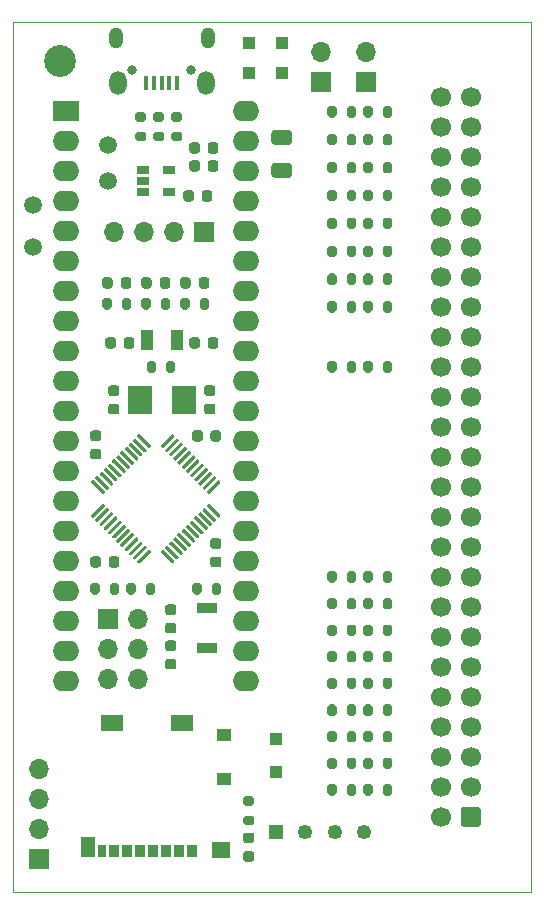
<source format=gbr>
%TF.GenerationSoftware,KiCad,Pcbnew,(5.1.9-16-g1737927814)-1*%
%TF.CreationDate,2021-05-19T17:32:57-05:00*%
%TF.ProjectId,bluepill_scsi,626c7565-7069-46c6-9c5f-736373692e6b,rev?*%
%TF.SameCoordinates,Original*%
%TF.FileFunction,Soldermask,Top*%
%TF.FilePolarity,Negative*%
%FSLAX46Y46*%
G04 Gerber Fmt 4.6, Leading zero omitted, Abs format (unit mm)*
G04 Created by KiCad (PCBNEW (5.1.9-16-g1737927814)-1) date 2021-05-19 17:32:57*
%MOMM*%
%LPD*%
G01*
G04 APERTURE LIST*
%TA.AperFunction,Profile*%
%ADD10C,0.050000*%
%TD*%
%ADD11C,1.500000*%
%ADD12C,1.700000*%
%ADD13R,1.100000X1.100000*%
%ADD14O,1.700000X1.700000*%
%ADD15R,1.700000X1.700000*%
%ADD16R,1.900000X1.350000*%
%ADD17R,1.200000X1.000000*%
%ADD18R,1.550000X1.350000*%
%ADD19R,1.170000X1.800000*%
%ADD20R,0.850000X1.100000*%
%ADD21R,0.750000X1.100000*%
%ADD22R,1.700000X0.900000*%
%ADD23R,2.000000X2.400000*%
%ADD24R,1.000000X1.800000*%
%ADD25R,1.060000X0.650000*%
%ADD26O,0.800000X0.800000*%
%ADD27O,1.150000X1.800000*%
%ADD28O,1.450000X2.000000*%
%ADD29R,0.450000X1.300000*%
%ADD30O,2.250000X1.727200*%
%ADD31R,2.250000X1.727200*%
%ADD32C,2.700000*%
%ADD33R,1.250000X1.250000*%
%ADD34C,1.250000*%
G04 APERTURE END LIST*
D10*
X71755000Y-149225000D02*
X71120000Y-149225000D01*
X71120000Y-147955000D02*
X71120000Y-149225000D01*
X114935000Y-149225000D02*
X71755000Y-149225000D01*
X114935000Y-147955000D02*
X114935000Y-149225000D01*
X114935000Y-75565000D02*
X71120000Y-75565000D01*
X114935000Y-147955000D02*
X114935000Y-75565000D01*
X71120000Y-147955000D02*
X71120000Y-75565000D01*
D11*
%TO.C,TP5*%
X72771000Y-91059000D03*
%TD*%
%TO.C,TP4*%
X72771000Y-94615000D03*
%TD*%
%TO.C,TP3*%
X79121000Y-85979000D03*
%TD*%
%TO.C,TP2*%
X79121000Y-89027000D03*
%TD*%
%TO.C,R8*%
G36*
G01*
X90784000Y-142792000D02*
X91334000Y-142792000D01*
G75*
G02*
X91534000Y-142992000I0J-200000D01*
G01*
X91534000Y-143392000D01*
G75*
G02*
X91334000Y-143592000I-200000J0D01*
G01*
X90784000Y-143592000D01*
G75*
G02*
X90584000Y-143392000I0J200000D01*
G01*
X90584000Y-142992000D01*
G75*
G02*
X90784000Y-142792000I200000J0D01*
G01*
G37*
G36*
G01*
X90784000Y-141142000D02*
X91334000Y-141142000D01*
G75*
G02*
X91534000Y-141342000I0J-200000D01*
G01*
X91534000Y-141742000D01*
G75*
G02*
X91334000Y-141942000I-200000J0D01*
G01*
X90784000Y-141942000D01*
G75*
G02*
X90584000Y-141742000I0J200000D01*
G01*
X90584000Y-141342000D01*
G75*
G02*
X90784000Y-141142000I200000J0D01*
G01*
G37*
%TD*%
%TO.C,D7*%
G36*
G01*
X90802750Y-145790500D02*
X91315250Y-145790500D01*
G75*
G02*
X91534000Y-146009250I0J-218750D01*
G01*
X91534000Y-146446750D01*
G75*
G02*
X91315250Y-146665500I-218750J0D01*
G01*
X90802750Y-146665500D01*
G75*
G02*
X90584000Y-146446750I0J218750D01*
G01*
X90584000Y-146009250D01*
G75*
G02*
X90802750Y-145790500I218750J0D01*
G01*
G37*
G36*
G01*
X90802750Y-144215500D02*
X91315250Y-144215500D01*
G75*
G02*
X91534000Y-144434250I0J-218750D01*
G01*
X91534000Y-144871750D01*
G75*
G02*
X91315250Y-145090500I-218750J0D01*
G01*
X90802750Y-145090500D01*
G75*
G02*
X90584000Y-144871750I0J218750D01*
G01*
X90584000Y-144434250D01*
G75*
G02*
X90802750Y-144215500I218750J0D01*
G01*
G37*
%TD*%
%TO.C,C33*%
G36*
G01*
X101556000Y-122280000D02*
X101556000Y-122830000D01*
G75*
G02*
X101356000Y-123030000I-200000J0D01*
G01*
X100956000Y-123030000D01*
G75*
G02*
X100756000Y-122830000I0J200000D01*
G01*
X100756000Y-122280000D01*
G75*
G02*
X100956000Y-122080000I200000J0D01*
G01*
X101356000Y-122080000D01*
G75*
G02*
X101556000Y-122280000I0J-200000D01*
G01*
G37*
G36*
G01*
X103206000Y-122280000D02*
X103206000Y-122830000D01*
G75*
G02*
X103006000Y-123030000I-200000J0D01*
G01*
X102606000Y-123030000D01*
G75*
G02*
X102406000Y-122830000I0J200000D01*
G01*
X102406000Y-122280000D01*
G75*
G02*
X102606000Y-122080000I200000J0D01*
G01*
X103006000Y-122080000D01*
G75*
G02*
X103206000Y-122280000I0J-200000D01*
G01*
G37*
%TD*%
D12*
%TO.C,J5*%
X107315000Y-81915000D03*
X107315000Y-84455000D03*
X107315000Y-86995000D03*
X107315000Y-89535000D03*
X107315000Y-92075000D03*
X107315000Y-94615000D03*
X107315000Y-97155000D03*
X107315000Y-99695000D03*
X107315000Y-102235000D03*
X107315000Y-104775000D03*
X107315000Y-107315000D03*
X107315000Y-109855000D03*
X107315000Y-112395000D03*
X107315000Y-114935000D03*
X107315000Y-117475000D03*
X107315000Y-120015000D03*
X107315000Y-122555000D03*
X107315000Y-125095000D03*
X107315000Y-127635000D03*
X107315000Y-130175000D03*
X107315000Y-132715000D03*
X107315000Y-135255000D03*
X107315000Y-137795000D03*
X107315000Y-140335000D03*
X107315000Y-142875000D03*
X109855000Y-81915000D03*
X109855000Y-84455000D03*
X109855000Y-86995000D03*
X109855000Y-89535000D03*
X109855000Y-92075000D03*
X109855000Y-94615000D03*
X109855000Y-97155000D03*
X109855000Y-99695000D03*
X109855000Y-102235000D03*
X109855000Y-104775000D03*
X109855000Y-107315000D03*
X109855000Y-109855000D03*
X109855000Y-112395000D03*
X109855000Y-114935000D03*
X109855000Y-117475000D03*
X109855000Y-120015000D03*
X109855000Y-122555000D03*
X109855000Y-125095000D03*
X109855000Y-127635000D03*
X109855000Y-130175000D03*
X109855000Y-132715000D03*
X109855000Y-135255000D03*
X109855000Y-137795000D03*
X109855000Y-140335000D03*
G36*
G01*
X110705000Y-142275000D02*
X110705000Y-143475000D01*
G75*
G02*
X110455000Y-143725000I-250000J0D01*
G01*
X109255000Y-143725000D01*
G75*
G02*
X109005000Y-143475000I0J250000D01*
G01*
X109005000Y-142275000D01*
G75*
G02*
X109255000Y-142025000I250000J0D01*
G01*
X110455000Y-142025000D01*
G75*
G02*
X110705000Y-142275000I0J-250000D01*
G01*
G37*
%TD*%
%TO.C,C49*%
G36*
G01*
X101556000Y-124534250D02*
X101556000Y-125084250D01*
G75*
G02*
X101356000Y-125284250I-200000J0D01*
G01*
X100956000Y-125284250D01*
G75*
G02*
X100756000Y-125084250I0J200000D01*
G01*
X100756000Y-124534250D01*
G75*
G02*
X100956000Y-124334250I200000J0D01*
G01*
X101356000Y-124334250D01*
G75*
G02*
X101556000Y-124534250I0J-200000D01*
G01*
G37*
G36*
G01*
X103206000Y-124534250D02*
X103206000Y-125084250D01*
G75*
G02*
X103006000Y-125284250I-200000J0D01*
G01*
X102606000Y-125284250D01*
G75*
G02*
X102406000Y-125084250I0J200000D01*
G01*
X102406000Y-124534250D01*
G75*
G02*
X102606000Y-124334250I200000J0D01*
G01*
X103006000Y-124334250D01*
G75*
G02*
X103206000Y-124534250I0J-200000D01*
G01*
G37*
%TD*%
%TO.C,C48*%
G36*
G01*
X99358000Y-125084250D02*
X99358000Y-124534250D01*
G75*
G02*
X99558000Y-124334250I200000J0D01*
G01*
X99958000Y-124334250D01*
G75*
G02*
X100158000Y-124534250I0J-200000D01*
G01*
X100158000Y-125084250D01*
G75*
G02*
X99958000Y-125284250I-200000J0D01*
G01*
X99558000Y-125284250D01*
G75*
G02*
X99358000Y-125084250I0J200000D01*
G01*
G37*
G36*
G01*
X97708000Y-125084250D02*
X97708000Y-124534250D01*
G75*
G02*
X97908000Y-124334250I200000J0D01*
G01*
X98308000Y-124334250D01*
G75*
G02*
X98508000Y-124534250I0J-200000D01*
G01*
X98508000Y-125084250D01*
G75*
G02*
X98308000Y-125284250I-200000J0D01*
G01*
X97908000Y-125284250D01*
G75*
G02*
X97708000Y-125084250I0J200000D01*
G01*
G37*
%TD*%
%TO.C,C47*%
G36*
G01*
X101556000Y-126788500D02*
X101556000Y-127338500D01*
G75*
G02*
X101356000Y-127538500I-200000J0D01*
G01*
X100956000Y-127538500D01*
G75*
G02*
X100756000Y-127338500I0J200000D01*
G01*
X100756000Y-126788500D01*
G75*
G02*
X100956000Y-126588500I200000J0D01*
G01*
X101356000Y-126588500D01*
G75*
G02*
X101556000Y-126788500I0J-200000D01*
G01*
G37*
G36*
G01*
X103206000Y-126788500D02*
X103206000Y-127338500D01*
G75*
G02*
X103006000Y-127538500I-200000J0D01*
G01*
X102606000Y-127538500D01*
G75*
G02*
X102406000Y-127338500I0J200000D01*
G01*
X102406000Y-126788500D01*
G75*
G02*
X102606000Y-126588500I200000J0D01*
G01*
X103006000Y-126588500D01*
G75*
G02*
X103206000Y-126788500I0J-200000D01*
G01*
G37*
%TD*%
%TO.C,C46*%
G36*
G01*
X99358000Y-127338500D02*
X99358000Y-126788500D01*
G75*
G02*
X99558000Y-126588500I200000J0D01*
G01*
X99958000Y-126588500D01*
G75*
G02*
X100158000Y-126788500I0J-200000D01*
G01*
X100158000Y-127338500D01*
G75*
G02*
X99958000Y-127538500I-200000J0D01*
G01*
X99558000Y-127538500D01*
G75*
G02*
X99358000Y-127338500I0J200000D01*
G01*
G37*
G36*
G01*
X97708000Y-127338500D02*
X97708000Y-126788500D01*
G75*
G02*
X97908000Y-126588500I200000J0D01*
G01*
X98308000Y-126588500D01*
G75*
G02*
X98508000Y-126788500I0J-200000D01*
G01*
X98508000Y-127338500D01*
G75*
G02*
X98308000Y-127538500I-200000J0D01*
G01*
X97908000Y-127538500D01*
G75*
G02*
X97708000Y-127338500I0J200000D01*
G01*
G37*
%TD*%
%TO.C,C45*%
G36*
G01*
X101556000Y-129042750D02*
X101556000Y-129592750D01*
G75*
G02*
X101356000Y-129792750I-200000J0D01*
G01*
X100956000Y-129792750D01*
G75*
G02*
X100756000Y-129592750I0J200000D01*
G01*
X100756000Y-129042750D01*
G75*
G02*
X100956000Y-128842750I200000J0D01*
G01*
X101356000Y-128842750D01*
G75*
G02*
X101556000Y-129042750I0J-200000D01*
G01*
G37*
G36*
G01*
X103206000Y-129042750D02*
X103206000Y-129592750D01*
G75*
G02*
X103006000Y-129792750I-200000J0D01*
G01*
X102606000Y-129792750D01*
G75*
G02*
X102406000Y-129592750I0J200000D01*
G01*
X102406000Y-129042750D01*
G75*
G02*
X102606000Y-128842750I200000J0D01*
G01*
X103006000Y-128842750D01*
G75*
G02*
X103206000Y-129042750I0J-200000D01*
G01*
G37*
%TD*%
%TO.C,C44*%
G36*
G01*
X99358000Y-129592750D02*
X99358000Y-129042750D01*
G75*
G02*
X99558000Y-128842750I200000J0D01*
G01*
X99958000Y-128842750D01*
G75*
G02*
X100158000Y-129042750I0J-200000D01*
G01*
X100158000Y-129592750D01*
G75*
G02*
X99958000Y-129792750I-200000J0D01*
G01*
X99558000Y-129792750D01*
G75*
G02*
X99358000Y-129592750I0J200000D01*
G01*
G37*
G36*
G01*
X97708000Y-129592750D02*
X97708000Y-129042750D01*
G75*
G02*
X97908000Y-128842750I200000J0D01*
G01*
X98308000Y-128842750D01*
G75*
G02*
X98508000Y-129042750I0J-200000D01*
G01*
X98508000Y-129592750D01*
G75*
G02*
X98308000Y-129792750I-200000J0D01*
G01*
X97908000Y-129792750D01*
G75*
G02*
X97708000Y-129592750I0J200000D01*
G01*
G37*
%TD*%
%TO.C,C43*%
G36*
G01*
X101556000Y-131297000D02*
X101556000Y-131847000D01*
G75*
G02*
X101356000Y-132047000I-200000J0D01*
G01*
X100956000Y-132047000D01*
G75*
G02*
X100756000Y-131847000I0J200000D01*
G01*
X100756000Y-131297000D01*
G75*
G02*
X100956000Y-131097000I200000J0D01*
G01*
X101356000Y-131097000D01*
G75*
G02*
X101556000Y-131297000I0J-200000D01*
G01*
G37*
G36*
G01*
X103206000Y-131297000D02*
X103206000Y-131847000D01*
G75*
G02*
X103006000Y-132047000I-200000J0D01*
G01*
X102606000Y-132047000D01*
G75*
G02*
X102406000Y-131847000I0J200000D01*
G01*
X102406000Y-131297000D01*
G75*
G02*
X102606000Y-131097000I200000J0D01*
G01*
X103006000Y-131097000D01*
G75*
G02*
X103206000Y-131297000I0J-200000D01*
G01*
G37*
%TD*%
%TO.C,C42*%
G36*
G01*
X99358000Y-131847000D02*
X99358000Y-131297000D01*
G75*
G02*
X99558000Y-131097000I200000J0D01*
G01*
X99958000Y-131097000D01*
G75*
G02*
X100158000Y-131297000I0J-200000D01*
G01*
X100158000Y-131847000D01*
G75*
G02*
X99958000Y-132047000I-200000J0D01*
G01*
X99558000Y-132047000D01*
G75*
G02*
X99358000Y-131847000I0J200000D01*
G01*
G37*
G36*
G01*
X97708000Y-131847000D02*
X97708000Y-131297000D01*
G75*
G02*
X97908000Y-131097000I200000J0D01*
G01*
X98308000Y-131097000D01*
G75*
G02*
X98508000Y-131297000I0J-200000D01*
G01*
X98508000Y-131847000D01*
G75*
G02*
X98308000Y-132047000I-200000J0D01*
G01*
X97908000Y-132047000D01*
G75*
G02*
X97708000Y-131847000I0J200000D01*
G01*
G37*
%TD*%
%TO.C,C41*%
G36*
G01*
X101556000Y-133551250D02*
X101556000Y-134101250D01*
G75*
G02*
X101356000Y-134301250I-200000J0D01*
G01*
X100956000Y-134301250D01*
G75*
G02*
X100756000Y-134101250I0J200000D01*
G01*
X100756000Y-133551250D01*
G75*
G02*
X100956000Y-133351250I200000J0D01*
G01*
X101356000Y-133351250D01*
G75*
G02*
X101556000Y-133551250I0J-200000D01*
G01*
G37*
G36*
G01*
X103206000Y-133551250D02*
X103206000Y-134101250D01*
G75*
G02*
X103006000Y-134301250I-200000J0D01*
G01*
X102606000Y-134301250D01*
G75*
G02*
X102406000Y-134101250I0J200000D01*
G01*
X102406000Y-133551250D01*
G75*
G02*
X102606000Y-133351250I200000J0D01*
G01*
X103006000Y-133351250D01*
G75*
G02*
X103206000Y-133551250I0J-200000D01*
G01*
G37*
%TD*%
%TO.C,C40*%
G36*
G01*
X99358000Y-134101250D02*
X99358000Y-133551250D01*
G75*
G02*
X99558000Y-133351250I200000J0D01*
G01*
X99958000Y-133351250D01*
G75*
G02*
X100158000Y-133551250I0J-200000D01*
G01*
X100158000Y-134101250D01*
G75*
G02*
X99958000Y-134301250I-200000J0D01*
G01*
X99558000Y-134301250D01*
G75*
G02*
X99358000Y-134101250I0J200000D01*
G01*
G37*
G36*
G01*
X97708000Y-134101250D02*
X97708000Y-133551250D01*
G75*
G02*
X97908000Y-133351250I200000J0D01*
G01*
X98308000Y-133351250D01*
G75*
G02*
X98508000Y-133551250I0J-200000D01*
G01*
X98508000Y-134101250D01*
G75*
G02*
X98308000Y-134301250I-200000J0D01*
G01*
X97908000Y-134301250D01*
G75*
G02*
X97708000Y-134101250I0J200000D01*
G01*
G37*
%TD*%
%TO.C,C39*%
G36*
G01*
X101556000Y-135805500D02*
X101556000Y-136355500D01*
G75*
G02*
X101356000Y-136555500I-200000J0D01*
G01*
X100956000Y-136555500D01*
G75*
G02*
X100756000Y-136355500I0J200000D01*
G01*
X100756000Y-135805500D01*
G75*
G02*
X100956000Y-135605500I200000J0D01*
G01*
X101356000Y-135605500D01*
G75*
G02*
X101556000Y-135805500I0J-200000D01*
G01*
G37*
G36*
G01*
X103206000Y-135805500D02*
X103206000Y-136355500D01*
G75*
G02*
X103006000Y-136555500I-200000J0D01*
G01*
X102606000Y-136555500D01*
G75*
G02*
X102406000Y-136355500I0J200000D01*
G01*
X102406000Y-135805500D01*
G75*
G02*
X102606000Y-135605500I200000J0D01*
G01*
X103006000Y-135605500D01*
G75*
G02*
X103206000Y-135805500I0J-200000D01*
G01*
G37*
%TD*%
%TO.C,C38*%
G36*
G01*
X99358000Y-136355500D02*
X99358000Y-135805500D01*
G75*
G02*
X99558000Y-135605500I200000J0D01*
G01*
X99958000Y-135605500D01*
G75*
G02*
X100158000Y-135805500I0J-200000D01*
G01*
X100158000Y-136355500D01*
G75*
G02*
X99958000Y-136555500I-200000J0D01*
G01*
X99558000Y-136555500D01*
G75*
G02*
X99358000Y-136355500I0J200000D01*
G01*
G37*
G36*
G01*
X97708000Y-136355500D02*
X97708000Y-135805500D01*
G75*
G02*
X97908000Y-135605500I200000J0D01*
G01*
X98308000Y-135605500D01*
G75*
G02*
X98508000Y-135805500I0J-200000D01*
G01*
X98508000Y-136355500D01*
G75*
G02*
X98308000Y-136555500I-200000J0D01*
G01*
X97908000Y-136555500D01*
G75*
G02*
X97708000Y-136355500I0J200000D01*
G01*
G37*
%TD*%
%TO.C,C37*%
G36*
G01*
X101556000Y-138059750D02*
X101556000Y-138609750D01*
G75*
G02*
X101356000Y-138809750I-200000J0D01*
G01*
X100956000Y-138809750D01*
G75*
G02*
X100756000Y-138609750I0J200000D01*
G01*
X100756000Y-138059750D01*
G75*
G02*
X100956000Y-137859750I200000J0D01*
G01*
X101356000Y-137859750D01*
G75*
G02*
X101556000Y-138059750I0J-200000D01*
G01*
G37*
G36*
G01*
X103206000Y-138059750D02*
X103206000Y-138609750D01*
G75*
G02*
X103006000Y-138809750I-200000J0D01*
G01*
X102606000Y-138809750D01*
G75*
G02*
X102406000Y-138609750I0J200000D01*
G01*
X102406000Y-138059750D01*
G75*
G02*
X102606000Y-137859750I200000J0D01*
G01*
X103006000Y-137859750D01*
G75*
G02*
X103206000Y-138059750I0J-200000D01*
G01*
G37*
%TD*%
%TO.C,C36*%
G36*
G01*
X99358000Y-138609750D02*
X99358000Y-138059750D01*
G75*
G02*
X99558000Y-137859750I200000J0D01*
G01*
X99958000Y-137859750D01*
G75*
G02*
X100158000Y-138059750I0J-200000D01*
G01*
X100158000Y-138609750D01*
G75*
G02*
X99958000Y-138809750I-200000J0D01*
G01*
X99558000Y-138809750D01*
G75*
G02*
X99358000Y-138609750I0J200000D01*
G01*
G37*
G36*
G01*
X97708000Y-138609750D02*
X97708000Y-138059750D01*
G75*
G02*
X97908000Y-137859750I200000J0D01*
G01*
X98308000Y-137859750D01*
G75*
G02*
X98508000Y-138059750I0J-200000D01*
G01*
X98508000Y-138609750D01*
G75*
G02*
X98308000Y-138809750I-200000J0D01*
G01*
X97908000Y-138809750D01*
G75*
G02*
X97708000Y-138609750I0J200000D01*
G01*
G37*
%TD*%
%TO.C,C35*%
G36*
G01*
X101556000Y-140314000D02*
X101556000Y-140864000D01*
G75*
G02*
X101356000Y-141064000I-200000J0D01*
G01*
X100956000Y-141064000D01*
G75*
G02*
X100756000Y-140864000I0J200000D01*
G01*
X100756000Y-140314000D01*
G75*
G02*
X100956000Y-140114000I200000J0D01*
G01*
X101356000Y-140114000D01*
G75*
G02*
X101556000Y-140314000I0J-200000D01*
G01*
G37*
G36*
G01*
X103206000Y-140314000D02*
X103206000Y-140864000D01*
G75*
G02*
X103006000Y-141064000I-200000J0D01*
G01*
X102606000Y-141064000D01*
G75*
G02*
X102406000Y-140864000I0J200000D01*
G01*
X102406000Y-140314000D01*
G75*
G02*
X102606000Y-140114000I200000J0D01*
G01*
X103006000Y-140114000D01*
G75*
G02*
X103206000Y-140314000I0J-200000D01*
G01*
G37*
%TD*%
%TO.C,C34*%
G36*
G01*
X99358000Y-140864000D02*
X99358000Y-140314000D01*
G75*
G02*
X99558000Y-140114000I200000J0D01*
G01*
X99958000Y-140114000D01*
G75*
G02*
X100158000Y-140314000I0J-200000D01*
G01*
X100158000Y-140864000D01*
G75*
G02*
X99958000Y-141064000I-200000J0D01*
G01*
X99558000Y-141064000D01*
G75*
G02*
X99358000Y-140864000I0J200000D01*
G01*
G37*
G36*
G01*
X97708000Y-140864000D02*
X97708000Y-140314000D01*
G75*
G02*
X97908000Y-140114000I200000J0D01*
G01*
X98308000Y-140114000D01*
G75*
G02*
X98508000Y-140314000I0J-200000D01*
G01*
X98508000Y-140864000D01*
G75*
G02*
X98308000Y-141064000I-200000J0D01*
G01*
X97908000Y-141064000D01*
G75*
G02*
X97708000Y-140864000I0J200000D01*
G01*
G37*
%TD*%
%TO.C,C32*%
G36*
G01*
X99358000Y-122830000D02*
X99358000Y-122280000D01*
G75*
G02*
X99558000Y-122080000I200000J0D01*
G01*
X99958000Y-122080000D01*
G75*
G02*
X100158000Y-122280000I0J-200000D01*
G01*
X100158000Y-122830000D01*
G75*
G02*
X99958000Y-123030000I-200000J0D01*
G01*
X99558000Y-123030000D01*
G75*
G02*
X99358000Y-122830000I0J200000D01*
G01*
G37*
G36*
G01*
X97708000Y-122830000D02*
X97708000Y-122280000D01*
G75*
G02*
X97908000Y-122080000I200000J0D01*
G01*
X98308000Y-122080000D01*
G75*
G02*
X98508000Y-122280000I0J-200000D01*
G01*
X98508000Y-122830000D01*
G75*
G02*
X98308000Y-123030000I-200000J0D01*
G01*
X97908000Y-123030000D01*
G75*
G02*
X97708000Y-122830000I0J200000D01*
G01*
G37*
%TD*%
%TO.C,C31*%
G36*
G01*
X101556000Y-104500000D02*
X101556000Y-105050000D01*
G75*
G02*
X101356000Y-105250000I-200000J0D01*
G01*
X100956000Y-105250000D01*
G75*
G02*
X100756000Y-105050000I0J200000D01*
G01*
X100756000Y-104500000D01*
G75*
G02*
X100956000Y-104300000I200000J0D01*
G01*
X101356000Y-104300000D01*
G75*
G02*
X101556000Y-104500000I0J-200000D01*
G01*
G37*
G36*
G01*
X103206000Y-104500000D02*
X103206000Y-105050000D01*
G75*
G02*
X103006000Y-105250000I-200000J0D01*
G01*
X102606000Y-105250000D01*
G75*
G02*
X102406000Y-105050000I0J200000D01*
G01*
X102406000Y-104500000D01*
G75*
G02*
X102606000Y-104300000I200000J0D01*
G01*
X103006000Y-104300000D01*
G75*
G02*
X103206000Y-104500000I0J-200000D01*
G01*
G37*
%TD*%
%TO.C,C30*%
G36*
G01*
X99358000Y-105050000D02*
X99358000Y-104500000D01*
G75*
G02*
X99558000Y-104300000I200000J0D01*
G01*
X99958000Y-104300000D01*
G75*
G02*
X100158000Y-104500000I0J-200000D01*
G01*
X100158000Y-105050000D01*
G75*
G02*
X99958000Y-105250000I-200000J0D01*
G01*
X99558000Y-105250000D01*
G75*
G02*
X99358000Y-105050000I0J200000D01*
G01*
G37*
G36*
G01*
X97708000Y-105050000D02*
X97708000Y-104500000D01*
G75*
G02*
X97908000Y-104300000I200000J0D01*
G01*
X98308000Y-104300000D01*
G75*
G02*
X98508000Y-104500000I0J-200000D01*
G01*
X98508000Y-105050000D01*
G75*
G02*
X98308000Y-105250000I-200000J0D01*
G01*
X97908000Y-105250000D01*
G75*
G02*
X97708000Y-105050000I0J200000D01*
G01*
G37*
%TD*%
%TO.C,C29*%
G36*
G01*
X101556000Y-97061426D02*
X101556000Y-97611426D01*
G75*
G02*
X101356000Y-97811426I-200000J0D01*
G01*
X100956000Y-97811426D01*
G75*
G02*
X100756000Y-97611426I0J200000D01*
G01*
X100756000Y-97061426D01*
G75*
G02*
X100956000Y-96861426I200000J0D01*
G01*
X101356000Y-96861426D01*
G75*
G02*
X101556000Y-97061426I0J-200000D01*
G01*
G37*
G36*
G01*
X103206000Y-97061426D02*
X103206000Y-97611426D01*
G75*
G02*
X103006000Y-97811426I-200000J0D01*
G01*
X102606000Y-97811426D01*
G75*
G02*
X102406000Y-97611426I0J200000D01*
G01*
X102406000Y-97061426D01*
G75*
G02*
X102606000Y-96861426I200000J0D01*
G01*
X103006000Y-96861426D01*
G75*
G02*
X103206000Y-97061426I0J-200000D01*
G01*
G37*
%TD*%
%TO.C,C28*%
G36*
G01*
X99358000Y-97611426D02*
X99358000Y-97061426D01*
G75*
G02*
X99558000Y-96861426I200000J0D01*
G01*
X99958000Y-96861426D01*
G75*
G02*
X100158000Y-97061426I0J-200000D01*
G01*
X100158000Y-97611426D01*
G75*
G02*
X99958000Y-97811426I-200000J0D01*
G01*
X99558000Y-97811426D01*
G75*
G02*
X99358000Y-97611426I0J200000D01*
G01*
G37*
G36*
G01*
X97708000Y-97611426D02*
X97708000Y-97061426D01*
G75*
G02*
X97908000Y-96861426I200000J0D01*
G01*
X98308000Y-96861426D01*
G75*
G02*
X98508000Y-97061426I0J-200000D01*
G01*
X98508000Y-97611426D01*
G75*
G02*
X98308000Y-97811426I-200000J0D01*
G01*
X97908000Y-97811426D01*
G75*
G02*
X97708000Y-97611426I0J200000D01*
G01*
G37*
%TD*%
%TO.C,C27*%
G36*
G01*
X101556000Y-94702855D02*
X101556000Y-95252855D01*
G75*
G02*
X101356000Y-95452855I-200000J0D01*
G01*
X100956000Y-95452855D01*
G75*
G02*
X100756000Y-95252855I0J200000D01*
G01*
X100756000Y-94702855D01*
G75*
G02*
X100956000Y-94502855I200000J0D01*
G01*
X101356000Y-94502855D01*
G75*
G02*
X101556000Y-94702855I0J-200000D01*
G01*
G37*
G36*
G01*
X103206000Y-94702855D02*
X103206000Y-95252855D01*
G75*
G02*
X103006000Y-95452855I-200000J0D01*
G01*
X102606000Y-95452855D01*
G75*
G02*
X102406000Y-95252855I0J200000D01*
G01*
X102406000Y-94702855D01*
G75*
G02*
X102606000Y-94502855I200000J0D01*
G01*
X103006000Y-94502855D01*
G75*
G02*
X103206000Y-94702855I0J-200000D01*
G01*
G37*
%TD*%
%TO.C,C26*%
G36*
G01*
X99358000Y-95252855D02*
X99358000Y-94702855D01*
G75*
G02*
X99558000Y-94502855I200000J0D01*
G01*
X99958000Y-94502855D01*
G75*
G02*
X100158000Y-94702855I0J-200000D01*
G01*
X100158000Y-95252855D01*
G75*
G02*
X99958000Y-95452855I-200000J0D01*
G01*
X99558000Y-95452855D01*
G75*
G02*
X99358000Y-95252855I0J200000D01*
G01*
G37*
G36*
G01*
X97708000Y-95252855D02*
X97708000Y-94702855D01*
G75*
G02*
X97908000Y-94502855I200000J0D01*
G01*
X98308000Y-94502855D01*
G75*
G02*
X98508000Y-94702855I0J-200000D01*
G01*
X98508000Y-95252855D01*
G75*
G02*
X98308000Y-95452855I-200000J0D01*
G01*
X97908000Y-95452855D01*
G75*
G02*
X97708000Y-95252855I0J200000D01*
G01*
G37*
%TD*%
%TO.C,C25*%
G36*
G01*
X101556000Y-89985713D02*
X101556000Y-90535713D01*
G75*
G02*
X101356000Y-90735713I-200000J0D01*
G01*
X100956000Y-90735713D01*
G75*
G02*
X100756000Y-90535713I0J200000D01*
G01*
X100756000Y-89985713D01*
G75*
G02*
X100956000Y-89785713I200000J0D01*
G01*
X101356000Y-89785713D01*
G75*
G02*
X101556000Y-89985713I0J-200000D01*
G01*
G37*
G36*
G01*
X103206000Y-89985713D02*
X103206000Y-90535713D01*
G75*
G02*
X103006000Y-90735713I-200000J0D01*
G01*
X102606000Y-90735713D01*
G75*
G02*
X102406000Y-90535713I0J200000D01*
G01*
X102406000Y-89985713D01*
G75*
G02*
X102606000Y-89785713I200000J0D01*
G01*
X103006000Y-89785713D01*
G75*
G02*
X103206000Y-89985713I0J-200000D01*
G01*
G37*
%TD*%
%TO.C,C24*%
G36*
G01*
X99358000Y-90535713D02*
X99358000Y-89985713D01*
G75*
G02*
X99558000Y-89785713I200000J0D01*
G01*
X99958000Y-89785713D01*
G75*
G02*
X100158000Y-89985713I0J-200000D01*
G01*
X100158000Y-90535713D01*
G75*
G02*
X99958000Y-90735713I-200000J0D01*
G01*
X99558000Y-90735713D01*
G75*
G02*
X99358000Y-90535713I0J200000D01*
G01*
G37*
G36*
G01*
X97708000Y-90535713D02*
X97708000Y-89985713D01*
G75*
G02*
X97908000Y-89785713I200000J0D01*
G01*
X98308000Y-89785713D01*
G75*
G02*
X98508000Y-89985713I0J-200000D01*
G01*
X98508000Y-90535713D01*
G75*
G02*
X98308000Y-90735713I-200000J0D01*
G01*
X97908000Y-90735713D01*
G75*
G02*
X97708000Y-90535713I0J200000D01*
G01*
G37*
%TD*%
%TO.C,C23*%
G36*
G01*
X101556000Y-99420000D02*
X101556000Y-99970000D01*
G75*
G02*
X101356000Y-100170000I-200000J0D01*
G01*
X100956000Y-100170000D01*
G75*
G02*
X100756000Y-99970000I0J200000D01*
G01*
X100756000Y-99420000D01*
G75*
G02*
X100956000Y-99220000I200000J0D01*
G01*
X101356000Y-99220000D01*
G75*
G02*
X101556000Y-99420000I0J-200000D01*
G01*
G37*
G36*
G01*
X103206000Y-99420000D02*
X103206000Y-99970000D01*
G75*
G02*
X103006000Y-100170000I-200000J0D01*
G01*
X102606000Y-100170000D01*
G75*
G02*
X102406000Y-99970000I0J200000D01*
G01*
X102406000Y-99420000D01*
G75*
G02*
X102606000Y-99220000I200000J0D01*
G01*
X103006000Y-99220000D01*
G75*
G02*
X103206000Y-99420000I0J-200000D01*
G01*
G37*
%TD*%
%TO.C,C22*%
G36*
G01*
X99358000Y-99970000D02*
X99358000Y-99420000D01*
G75*
G02*
X99558000Y-99220000I200000J0D01*
G01*
X99958000Y-99220000D01*
G75*
G02*
X100158000Y-99420000I0J-200000D01*
G01*
X100158000Y-99970000D01*
G75*
G02*
X99958000Y-100170000I-200000J0D01*
G01*
X99558000Y-100170000D01*
G75*
G02*
X99358000Y-99970000I0J200000D01*
G01*
G37*
G36*
G01*
X97708000Y-99970000D02*
X97708000Y-99420000D01*
G75*
G02*
X97908000Y-99220000I200000J0D01*
G01*
X98308000Y-99220000D01*
G75*
G02*
X98508000Y-99420000I0J-200000D01*
G01*
X98508000Y-99970000D01*
G75*
G02*
X98308000Y-100170000I-200000J0D01*
G01*
X97908000Y-100170000D01*
G75*
G02*
X97708000Y-99970000I0J200000D01*
G01*
G37*
%TD*%
%TO.C,C21*%
G36*
G01*
X101556000Y-92344284D02*
X101556000Y-92894284D01*
G75*
G02*
X101356000Y-93094284I-200000J0D01*
G01*
X100956000Y-93094284D01*
G75*
G02*
X100756000Y-92894284I0J200000D01*
G01*
X100756000Y-92344284D01*
G75*
G02*
X100956000Y-92144284I200000J0D01*
G01*
X101356000Y-92144284D01*
G75*
G02*
X101556000Y-92344284I0J-200000D01*
G01*
G37*
G36*
G01*
X103206000Y-92344284D02*
X103206000Y-92894284D01*
G75*
G02*
X103006000Y-93094284I-200000J0D01*
G01*
X102606000Y-93094284D01*
G75*
G02*
X102406000Y-92894284I0J200000D01*
G01*
X102406000Y-92344284D01*
G75*
G02*
X102606000Y-92144284I200000J0D01*
G01*
X103006000Y-92144284D01*
G75*
G02*
X103206000Y-92344284I0J-200000D01*
G01*
G37*
%TD*%
%TO.C,C20*%
G36*
G01*
X99358000Y-92894284D02*
X99358000Y-92344284D01*
G75*
G02*
X99558000Y-92144284I200000J0D01*
G01*
X99958000Y-92144284D01*
G75*
G02*
X100158000Y-92344284I0J-200000D01*
G01*
X100158000Y-92894284D01*
G75*
G02*
X99958000Y-93094284I-200000J0D01*
G01*
X99558000Y-93094284D01*
G75*
G02*
X99358000Y-92894284I0J200000D01*
G01*
G37*
G36*
G01*
X97708000Y-92894284D02*
X97708000Y-92344284D01*
G75*
G02*
X97908000Y-92144284I200000J0D01*
G01*
X98308000Y-92144284D01*
G75*
G02*
X98508000Y-92344284I0J-200000D01*
G01*
X98508000Y-92894284D01*
G75*
G02*
X98308000Y-93094284I-200000J0D01*
G01*
X97908000Y-93094284D01*
G75*
G02*
X97708000Y-92894284I0J200000D01*
G01*
G37*
%TD*%
%TO.C,C19*%
G36*
G01*
X101556000Y-87627142D02*
X101556000Y-88177142D01*
G75*
G02*
X101356000Y-88377142I-200000J0D01*
G01*
X100956000Y-88377142D01*
G75*
G02*
X100756000Y-88177142I0J200000D01*
G01*
X100756000Y-87627142D01*
G75*
G02*
X100956000Y-87427142I200000J0D01*
G01*
X101356000Y-87427142D01*
G75*
G02*
X101556000Y-87627142I0J-200000D01*
G01*
G37*
G36*
G01*
X103206000Y-87627142D02*
X103206000Y-88177142D01*
G75*
G02*
X103006000Y-88377142I-200000J0D01*
G01*
X102606000Y-88377142D01*
G75*
G02*
X102406000Y-88177142I0J200000D01*
G01*
X102406000Y-87627142D01*
G75*
G02*
X102606000Y-87427142I200000J0D01*
G01*
X103006000Y-87427142D01*
G75*
G02*
X103206000Y-87627142I0J-200000D01*
G01*
G37*
%TD*%
%TO.C,C18*%
G36*
G01*
X99358000Y-88177142D02*
X99358000Y-87627142D01*
G75*
G02*
X99558000Y-87427142I200000J0D01*
G01*
X99958000Y-87427142D01*
G75*
G02*
X100158000Y-87627142I0J-200000D01*
G01*
X100158000Y-88177142D01*
G75*
G02*
X99958000Y-88377142I-200000J0D01*
G01*
X99558000Y-88377142D01*
G75*
G02*
X99358000Y-88177142I0J200000D01*
G01*
G37*
G36*
G01*
X97708000Y-88177142D02*
X97708000Y-87627142D01*
G75*
G02*
X97908000Y-87427142I200000J0D01*
G01*
X98308000Y-87427142D01*
G75*
G02*
X98508000Y-87627142I0J-200000D01*
G01*
X98508000Y-88177142D01*
G75*
G02*
X98308000Y-88377142I-200000J0D01*
G01*
X97908000Y-88377142D01*
G75*
G02*
X97708000Y-88177142I0J200000D01*
G01*
G37*
%TD*%
%TO.C,C17*%
G36*
G01*
X101556000Y-85268571D02*
X101556000Y-85818571D01*
G75*
G02*
X101356000Y-86018571I-200000J0D01*
G01*
X100956000Y-86018571D01*
G75*
G02*
X100756000Y-85818571I0J200000D01*
G01*
X100756000Y-85268571D01*
G75*
G02*
X100956000Y-85068571I200000J0D01*
G01*
X101356000Y-85068571D01*
G75*
G02*
X101556000Y-85268571I0J-200000D01*
G01*
G37*
G36*
G01*
X103206000Y-85268571D02*
X103206000Y-85818571D01*
G75*
G02*
X103006000Y-86018571I-200000J0D01*
G01*
X102606000Y-86018571D01*
G75*
G02*
X102406000Y-85818571I0J200000D01*
G01*
X102406000Y-85268571D01*
G75*
G02*
X102606000Y-85068571I200000J0D01*
G01*
X103006000Y-85068571D01*
G75*
G02*
X103206000Y-85268571I0J-200000D01*
G01*
G37*
%TD*%
%TO.C,C16*%
G36*
G01*
X99358000Y-85818571D02*
X99358000Y-85268571D01*
G75*
G02*
X99558000Y-85068571I200000J0D01*
G01*
X99958000Y-85068571D01*
G75*
G02*
X100158000Y-85268571I0J-200000D01*
G01*
X100158000Y-85818571D01*
G75*
G02*
X99958000Y-86018571I-200000J0D01*
G01*
X99558000Y-86018571D01*
G75*
G02*
X99358000Y-85818571I0J200000D01*
G01*
G37*
G36*
G01*
X97708000Y-85818571D02*
X97708000Y-85268571D01*
G75*
G02*
X97908000Y-85068571I200000J0D01*
G01*
X98308000Y-85068571D01*
G75*
G02*
X98508000Y-85268571I0J-200000D01*
G01*
X98508000Y-85818571D01*
G75*
G02*
X98308000Y-86018571I-200000J0D01*
G01*
X97908000Y-86018571D01*
G75*
G02*
X97708000Y-85818571I0J200000D01*
G01*
G37*
%TD*%
%TO.C,C15*%
G36*
G01*
X101556000Y-82910000D02*
X101556000Y-83460000D01*
G75*
G02*
X101356000Y-83660000I-200000J0D01*
G01*
X100956000Y-83660000D01*
G75*
G02*
X100756000Y-83460000I0J200000D01*
G01*
X100756000Y-82910000D01*
G75*
G02*
X100956000Y-82710000I200000J0D01*
G01*
X101356000Y-82710000D01*
G75*
G02*
X101556000Y-82910000I0J-200000D01*
G01*
G37*
G36*
G01*
X103206000Y-82910000D02*
X103206000Y-83460000D01*
G75*
G02*
X103006000Y-83660000I-200000J0D01*
G01*
X102606000Y-83660000D01*
G75*
G02*
X102406000Y-83460000I0J200000D01*
G01*
X102406000Y-82910000D01*
G75*
G02*
X102606000Y-82710000I200000J0D01*
G01*
X103006000Y-82710000D01*
G75*
G02*
X103206000Y-82910000I0J-200000D01*
G01*
G37*
%TD*%
%TO.C,C8*%
G36*
G01*
X99358000Y-83460000D02*
X99358000Y-82910000D01*
G75*
G02*
X99558000Y-82710000I200000J0D01*
G01*
X99958000Y-82710000D01*
G75*
G02*
X100158000Y-82910000I0J-200000D01*
G01*
X100158000Y-83460000D01*
G75*
G02*
X99958000Y-83660000I-200000J0D01*
G01*
X99558000Y-83660000D01*
G75*
G02*
X99358000Y-83460000I0J200000D01*
G01*
G37*
G36*
G01*
X97708000Y-83460000D02*
X97708000Y-82910000D01*
G75*
G02*
X97908000Y-82710000I200000J0D01*
G01*
X98308000Y-82710000D01*
G75*
G02*
X98508000Y-82910000I0J-200000D01*
G01*
X98508000Y-83460000D01*
G75*
G02*
X98308000Y-83660000I-200000J0D01*
G01*
X97908000Y-83660000D01*
G75*
G02*
X97708000Y-83460000I0J200000D01*
G01*
G37*
%TD*%
%TO.C,C6*%
G36*
G01*
X87574000Y-88007000D02*
X87574000Y-87507000D01*
G75*
G02*
X87799000Y-87282000I225000J0D01*
G01*
X88249000Y-87282000D01*
G75*
G02*
X88474000Y-87507000I0J-225000D01*
G01*
X88474000Y-88007000D01*
G75*
G02*
X88249000Y-88232000I-225000J0D01*
G01*
X87799000Y-88232000D01*
G75*
G02*
X87574000Y-88007000I0J225000D01*
G01*
G37*
G36*
G01*
X86024000Y-88007000D02*
X86024000Y-87507000D01*
G75*
G02*
X86249000Y-87282000I225000J0D01*
G01*
X86699000Y-87282000D01*
G75*
G02*
X86924000Y-87507000I0J-225000D01*
G01*
X86924000Y-88007000D01*
G75*
G02*
X86699000Y-88232000I-225000J0D01*
G01*
X86249000Y-88232000D01*
G75*
G02*
X86024000Y-88007000I0J225000D01*
G01*
G37*
%TD*%
%TO.C,F1*%
G36*
G01*
X93228000Y-87516000D02*
X94478000Y-87516000D01*
G75*
G02*
X94728000Y-87766000I0J-250000D01*
G01*
X94728000Y-88516000D01*
G75*
G02*
X94478000Y-88766000I-250000J0D01*
G01*
X93228000Y-88766000D01*
G75*
G02*
X92978000Y-88516000I0J250000D01*
G01*
X92978000Y-87766000D01*
G75*
G02*
X93228000Y-87516000I250000J0D01*
G01*
G37*
G36*
G01*
X93228000Y-84716000D02*
X94478000Y-84716000D01*
G75*
G02*
X94728000Y-84966000I0J-250000D01*
G01*
X94728000Y-85716000D01*
G75*
G02*
X94478000Y-85966000I-250000J0D01*
G01*
X93228000Y-85966000D01*
G75*
G02*
X92978000Y-85716000I0J250000D01*
G01*
X92978000Y-84966000D01*
G75*
G02*
X93228000Y-84716000I250000J0D01*
G01*
G37*
%TD*%
D13*
%TO.C,D6*%
X91059000Y-77343000D03*
X93859000Y-77343000D03*
%TD*%
%TO.C,D4*%
X91059000Y-79883000D03*
X93859000Y-79883000D03*
%TD*%
%TO.C,D3*%
X93345000Y-139065000D03*
X93345000Y-136265000D03*
%TD*%
%TO.C,C7*%
G36*
G01*
X87574000Y-86483000D02*
X87574000Y-85983000D01*
G75*
G02*
X87799000Y-85758000I225000J0D01*
G01*
X88249000Y-85758000D01*
G75*
G02*
X88474000Y-85983000I0J-225000D01*
G01*
X88474000Y-86483000D01*
G75*
G02*
X88249000Y-86708000I-225000J0D01*
G01*
X87799000Y-86708000D01*
G75*
G02*
X87574000Y-86483000I0J225000D01*
G01*
G37*
G36*
G01*
X86024000Y-86483000D02*
X86024000Y-85983000D01*
G75*
G02*
X86249000Y-85758000I225000J0D01*
G01*
X86699000Y-85758000D01*
G75*
G02*
X86924000Y-85983000I0J-225000D01*
G01*
X86924000Y-86483000D01*
G75*
G02*
X86699000Y-86708000I-225000J0D01*
G01*
X86249000Y-86708000D01*
G75*
G02*
X86024000Y-86483000I0J225000D01*
G01*
G37*
%TD*%
%TO.C,C5*%
G36*
G01*
X87066000Y-90547000D02*
X87066000Y-90047000D01*
G75*
G02*
X87291000Y-89822000I225000J0D01*
G01*
X87741000Y-89822000D01*
G75*
G02*
X87966000Y-90047000I0J-225000D01*
G01*
X87966000Y-90547000D01*
G75*
G02*
X87741000Y-90772000I-225000J0D01*
G01*
X87291000Y-90772000D01*
G75*
G02*
X87066000Y-90547000I0J225000D01*
G01*
G37*
G36*
G01*
X85516000Y-90547000D02*
X85516000Y-90047000D01*
G75*
G02*
X85741000Y-89822000I225000J0D01*
G01*
X86191000Y-89822000D01*
G75*
G02*
X86416000Y-90047000I0J-225000D01*
G01*
X86416000Y-90547000D01*
G75*
G02*
X86191000Y-90772000I-225000J0D01*
G01*
X85741000Y-90772000D01*
G75*
G02*
X85516000Y-90547000I0J225000D01*
G01*
G37*
%TD*%
D14*
%TO.C,J8*%
X73279000Y-138811000D03*
X73279000Y-141351000D03*
X73279000Y-143891000D03*
D15*
X73279000Y-146431000D03*
%TD*%
D16*
%TO.C,J6*%
X79455000Y-134960000D03*
X85425000Y-134960000D03*
D17*
X88925000Y-139635000D03*
X88925000Y-135935000D03*
D18*
X88750000Y-145660000D03*
D19*
X77430000Y-145435000D03*
D20*
X79690000Y-145785000D03*
X80790000Y-145785000D03*
X81890000Y-145785000D03*
X82990000Y-145785000D03*
X84090000Y-145785000D03*
X85190000Y-145785000D03*
D21*
X78640000Y-145785000D03*
D20*
X86290000Y-145785000D03*
%TD*%
D22*
%TO.C,SW1*%
X87503000Y-125173000D03*
X87503000Y-128573000D03*
%TD*%
D23*
%TO.C,Y2*%
X85543000Y-107569000D03*
X81843000Y-107569000D03*
%TD*%
D24*
%TO.C,Y3*%
X82443000Y-102489000D03*
X84943000Y-102489000D03*
%TD*%
%TO.C,U2*%
G36*
G01*
X83609264Y-111425516D02*
X84546180Y-110488600D01*
G75*
G02*
X84652246Y-110488600I53033J-53033D01*
G01*
X84758312Y-110594666D01*
G75*
G02*
X84758312Y-110700732I-53033J-53033D01*
G01*
X83821396Y-111637648D01*
G75*
G02*
X83715330Y-111637648I-53033J53033D01*
G01*
X83609264Y-111531582D01*
G75*
G02*
X83609264Y-111425516I53033J53033D01*
G01*
G37*
G36*
G01*
X83962818Y-111779070D02*
X84899734Y-110842154D01*
G75*
G02*
X85005800Y-110842154I53033J-53033D01*
G01*
X85111866Y-110948220D01*
G75*
G02*
X85111866Y-111054286I-53033J-53033D01*
G01*
X84174950Y-111991202D01*
G75*
G02*
X84068884Y-111991202I-53033J53033D01*
G01*
X83962818Y-111885136D01*
G75*
G02*
X83962818Y-111779070I53033J53033D01*
G01*
G37*
G36*
G01*
X84316371Y-112132623D02*
X85253287Y-111195707D01*
G75*
G02*
X85359353Y-111195707I53033J-53033D01*
G01*
X85465419Y-111301773D01*
G75*
G02*
X85465419Y-111407839I-53033J-53033D01*
G01*
X84528503Y-112344755D01*
G75*
G02*
X84422437Y-112344755I-53033J53033D01*
G01*
X84316371Y-112238689D01*
G75*
G02*
X84316371Y-112132623I53033J53033D01*
G01*
G37*
G36*
G01*
X84669925Y-112486177D02*
X85606841Y-111549261D01*
G75*
G02*
X85712907Y-111549261I53033J-53033D01*
G01*
X85818973Y-111655327D01*
G75*
G02*
X85818973Y-111761393I-53033J-53033D01*
G01*
X84882057Y-112698309D01*
G75*
G02*
X84775991Y-112698309I-53033J53033D01*
G01*
X84669925Y-112592243D01*
G75*
G02*
X84669925Y-112486177I53033J53033D01*
G01*
G37*
G36*
G01*
X85023478Y-112839730D02*
X85960394Y-111902814D01*
G75*
G02*
X86066460Y-111902814I53033J-53033D01*
G01*
X86172526Y-112008880D01*
G75*
G02*
X86172526Y-112114946I-53033J-53033D01*
G01*
X85235610Y-113051862D01*
G75*
G02*
X85129544Y-113051862I-53033J53033D01*
G01*
X85023478Y-112945796D01*
G75*
G02*
X85023478Y-112839730I53033J53033D01*
G01*
G37*
G36*
G01*
X85377031Y-113193283D02*
X86313947Y-112256367D01*
G75*
G02*
X86420013Y-112256367I53033J-53033D01*
G01*
X86526079Y-112362433D01*
G75*
G02*
X86526079Y-112468499I-53033J-53033D01*
G01*
X85589163Y-113405415D01*
G75*
G02*
X85483097Y-113405415I-53033J53033D01*
G01*
X85377031Y-113299349D01*
G75*
G02*
X85377031Y-113193283I53033J53033D01*
G01*
G37*
G36*
G01*
X85730585Y-113546837D02*
X86667501Y-112609921D01*
G75*
G02*
X86773567Y-112609921I53033J-53033D01*
G01*
X86879633Y-112715987D01*
G75*
G02*
X86879633Y-112822053I-53033J-53033D01*
G01*
X85942717Y-113758969D01*
G75*
G02*
X85836651Y-113758969I-53033J53033D01*
G01*
X85730585Y-113652903D01*
G75*
G02*
X85730585Y-113546837I53033J53033D01*
G01*
G37*
G36*
G01*
X86084138Y-113900390D02*
X87021054Y-112963474D01*
G75*
G02*
X87127120Y-112963474I53033J-53033D01*
G01*
X87233186Y-113069540D01*
G75*
G02*
X87233186Y-113175606I-53033J-53033D01*
G01*
X86296270Y-114112522D01*
G75*
G02*
X86190204Y-114112522I-53033J53033D01*
G01*
X86084138Y-114006456D01*
G75*
G02*
X86084138Y-113900390I53033J53033D01*
G01*
G37*
G36*
G01*
X86437691Y-114253943D02*
X87374607Y-113317027D01*
G75*
G02*
X87480673Y-113317027I53033J-53033D01*
G01*
X87586739Y-113423093D01*
G75*
G02*
X87586739Y-113529159I-53033J-53033D01*
G01*
X86649823Y-114466075D01*
G75*
G02*
X86543757Y-114466075I-53033J53033D01*
G01*
X86437691Y-114360009D01*
G75*
G02*
X86437691Y-114253943I53033J53033D01*
G01*
G37*
G36*
G01*
X86791245Y-114607497D02*
X87728161Y-113670581D01*
G75*
G02*
X87834227Y-113670581I53033J-53033D01*
G01*
X87940293Y-113776647D01*
G75*
G02*
X87940293Y-113882713I-53033J-53033D01*
G01*
X87003377Y-114819629D01*
G75*
G02*
X86897311Y-114819629I-53033J53033D01*
G01*
X86791245Y-114713563D01*
G75*
G02*
X86791245Y-114607497I53033J53033D01*
G01*
G37*
G36*
G01*
X87144798Y-114961050D02*
X88081714Y-114024134D01*
G75*
G02*
X88187780Y-114024134I53033J-53033D01*
G01*
X88293846Y-114130200D01*
G75*
G02*
X88293846Y-114236266I-53033J-53033D01*
G01*
X87356930Y-115173182D01*
G75*
G02*
X87250864Y-115173182I-53033J53033D01*
G01*
X87144798Y-115067116D01*
G75*
G02*
X87144798Y-114961050I53033J53033D01*
G01*
G37*
G36*
G01*
X87498352Y-115314604D02*
X88435268Y-114377688D01*
G75*
G02*
X88541334Y-114377688I53033J-53033D01*
G01*
X88647400Y-114483754D01*
G75*
G02*
X88647400Y-114589820I-53033J-53033D01*
G01*
X87710484Y-115526736D01*
G75*
G02*
X87604418Y-115526736I-53033J53033D01*
G01*
X87498352Y-115420670D01*
G75*
G02*
X87498352Y-115314604I53033J53033D01*
G01*
G37*
G36*
G01*
X87498352Y-116481330D02*
X87604418Y-116375264D01*
G75*
G02*
X87710484Y-116375264I53033J-53033D01*
G01*
X88647400Y-117312180D01*
G75*
G02*
X88647400Y-117418246I-53033J-53033D01*
G01*
X88541334Y-117524312D01*
G75*
G02*
X88435268Y-117524312I-53033J53033D01*
G01*
X87498352Y-116587396D01*
G75*
G02*
X87498352Y-116481330I53033J53033D01*
G01*
G37*
G36*
G01*
X87144798Y-116834884D02*
X87250864Y-116728818D01*
G75*
G02*
X87356930Y-116728818I53033J-53033D01*
G01*
X88293846Y-117665734D01*
G75*
G02*
X88293846Y-117771800I-53033J-53033D01*
G01*
X88187780Y-117877866D01*
G75*
G02*
X88081714Y-117877866I-53033J53033D01*
G01*
X87144798Y-116940950D01*
G75*
G02*
X87144798Y-116834884I53033J53033D01*
G01*
G37*
G36*
G01*
X86791245Y-117188437D02*
X86897311Y-117082371D01*
G75*
G02*
X87003377Y-117082371I53033J-53033D01*
G01*
X87940293Y-118019287D01*
G75*
G02*
X87940293Y-118125353I-53033J-53033D01*
G01*
X87834227Y-118231419D01*
G75*
G02*
X87728161Y-118231419I-53033J53033D01*
G01*
X86791245Y-117294503D01*
G75*
G02*
X86791245Y-117188437I53033J53033D01*
G01*
G37*
G36*
G01*
X86437691Y-117541991D02*
X86543757Y-117435925D01*
G75*
G02*
X86649823Y-117435925I53033J-53033D01*
G01*
X87586739Y-118372841D01*
G75*
G02*
X87586739Y-118478907I-53033J-53033D01*
G01*
X87480673Y-118584973D01*
G75*
G02*
X87374607Y-118584973I-53033J53033D01*
G01*
X86437691Y-117648057D01*
G75*
G02*
X86437691Y-117541991I53033J53033D01*
G01*
G37*
G36*
G01*
X86084138Y-117895544D02*
X86190204Y-117789478D01*
G75*
G02*
X86296270Y-117789478I53033J-53033D01*
G01*
X87233186Y-118726394D01*
G75*
G02*
X87233186Y-118832460I-53033J-53033D01*
G01*
X87127120Y-118938526D01*
G75*
G02*
X87021054Y-118938526I-53033J53033D01*
G01*
X86084138Y-118001610D01*
G75*
G02*
X86084138Y-117895544I53033J53033D01*
G01*
G37*
G36*
G01*
X85730585Y-118249097D02*
X85836651Y-118143031D01*
G75*
G02*
X85942717Y-118143031I53033J-53033D01*
G01*
X86879633Y-119079947D01*
G75*
G02*
X86879633Y-119186013I-53033J-53033D01*
G01*
X86773567Y-119292079D01*
G75*
G02*
X86667501Y-119292079I-53033J53033D01*
G01*
X85730585Y-118355163D01*
G75*
G02*
X85730585Y-118249097I53033J53033D01*
G01*
G37*
G36*
G01*
X85377031Y-118602651D02*
X85483097Y-118496585D01*
G75*
G02*
X85589163Y-118496585I53033J-53033D01*
G01*
X86526079Y-119433501D01*
G75*
G02*
X86526079Y-119539567I-53033J-53033D01*
G01*
X86420013Y-119645633D01*
G75*
G02*
X86313947Y-119645633I-53033J53033D01*
G01*
X85377031Y-118708717D01*
G75*
G02*
X85377031Y-118602651I53033J53033D01*
G01*
G37*
G36*
G01*
X85023478Y-118956204D02*
X85129544Y-118850138D01*
G75*
G02*
X85235610Y-118850138I53033J-53033D01*
G01*
X86172526Y-119787054D01*
G75*
G02*
X86172526Y-119893120I-53033J-53033D01*
G01*
X86066460Y-119999186D01*
G75*
G02*
X85960394Y-119999186I-53033J53033D01*
G01*
X85023478Y-119062270D01*
G75*
G02*
X85023478Y-118956204I53033J53033D01*
G01*
G37*
G36*
G01*
X84669925Y-119309757D02*
X84775991Y-119203691D01*
G75*
G02*
X84882057Y-119203691I53033J-53033D01*
G01*
X85818973Y-120140607D01*
G75*
G02*
X85818973Y-120246673I-53033J-53033D01*
G01*
X85712907Y-120352739D01*
G75*
G02*
X85606841Y-120352739I-53033J53033D01*
G01*
X84669925Y-119415823D01*
G75*
G02*
X84669925Y-119309757I53033J53033D01*
G01*
G37*
G36*
G01*
X84316371Y-119663311D02*
X84422437Y-119557245D01*
G75*
G02*
X84528503Y-119557245I53033J-53033D01*
G01*
X85465419Y-120494161D01*
G75*
G02*
X85465419Y-120600227I-53033J-53033D01*
G01*
X85359353Y-120706293D01*
G75*
G02*
X85253287Y-120706293I-53033J53033D01*
G01*
X84316371Y-119769377D01*
G75*
G02*
X84316371Y-119663311I53033J53033D01*
G01*
G37*
G36*
G01*
X83962818Y-120016864D02*
X84068884Y-119910798D01*
G75*
G02*
X84174950Y-119910798I53033J-53033D01*
G01*
X85111866Y-120847714D01*
G75*
G02*
X85111866Y-120953780I-53033J-53033D01*
G01*
X85005800Y-121059846D01*
G75*
G02*
X84899734Y-121059846I-53033J53033D01*
G01*
X83962818Y-120122930D01*
G75*
G02*
X83962818Y-120016864I53033J53033D01*
G01*
G37*
G36*
G01*
X83609264Y-120370418D02*
X83715330Y-120264352D01*
G75*
G02*
X83821396Y-120264352I53033J-53033D01*
G01*
X84758312Y-121201268D01*
G75*
G02*
X84758312Y-121307334I-53033J-53033D01*
G01*
X84652246Y-121413400D01*
G75*
G02*
X84546180Y-121413400I-53033J53033D01*
G01*
X83609264Y-120476484D01*
G75*
G02*
X83609264Y-120370418I53033J53033D01*
G01*
G37*
G36*
G01*
X81611688Y-121201268D02*
X82548604Y-120264352D01*
G75*
G02*
X82654670Y-120264352I53033J-53033D01*
G01*
X82760736Y-120370418D01*
G75*
G02*
X82760736Y-120476484I-53033J-53033D01*
G01*
X81823820Y-121413400D01*
G75*
G02*
X81717754Y-121413400I-53033J53033D01*
G01*
X81611688Y-121307334D01*
G75*
G02*
X81611688Y-121201268I53033J53033D01*
G01*
G37*
G36*
G01*
X81258134Y-120847714D02*
X82195050Y-119910798D01*
G75*
G02*
X82301116Y-119910798I53033J-53033D01*
G01*
X82407182Y-120016864D01*
G75*
G02*
X82407182Y-120122930I-53033J-53033D01*
G01*
X81470266Y-121059846D01*
G75*
G02*
X81364200Y-121059846I-53033J53033D01*
G01*
X81258134Y-120953780D01*
G75*
G02*
X81258134Y-120847714I53033J53033D01*
G01*
G37*
G36*
G01*
X80904581Y-120494161D02*
X81841497Y-119557245D01*
G75*
G02*
X81947563Y-119557245I53033J-53033D01*
G01*
X82053629Y-119663311D01*
G75*
G02*
X82053629Y-119769377I-53033J-53033D01*
G01*
X81116713Y-120706293D01*
G75*
G02*
X81010647Y-120706293I-53033J53033D01*
G01*
X80904581Y-120600227D01*
G75*
G02*
X80904581Y-120494161I53033J53033D01*
G01*
G37*
G36*
G01*
X80551027Y-120140607D02*
X81487943Y-119203691D01*
G75*
G02*
X81594009Y-119203691I53033J-53033D01*
G01*
X81700075Y-119309757D01*
G75*
G02*
X81700075Y-119415823I-53033J-53033D01*
G01*
X80763159Y-120352739D01*
G75*
G02*
X80657093Y-120352739I-53033J53033D01*
G01*
X80551027Y-120246673D01*
G75*
G02*
X80551027Y-120140607I53033J53033D01*
G01*
G37*
G36*
G01*
X80197474Y-119787054D02*
X81134390Y-118850138D01*
G75*
G02*
X81240456Y-118850138I53033J-53033D01*
G01*
X81346522Y-118956204D01*
G75*
G02*
X81346522Y-119062270I-53033J-53033D01*
G01*
X80409606Y-119999186D01*
G75*
G02*
X80303540Y-119999186I-53033J53033D01*
G01*
X80197474Y-119893120D01*
G75*
G02*
X80197474Y-119787054I53033J53033D01*
G01*
G37*
G36*
G01*
X79843921Y-119433501D02*
X80780837Y-118496585D01*
G75*
G02*
X80886903Y-118496585I53033J-53033D01*
G01*
X80992969Y-118602651D01*
G75*
G02*
X80992969Y-118708717I-53033J-53033D01*
G01*
X80056053Y-119645633D01*
G75*
G02*
X79949987Y-119645633I-53033J53033D01*
G01*
X79843921Y-119539567D01*
G75*
G02*
X79843921Y-119433501I53033J53033D01*
G01*
G37*
G36*
G01*
X79490367Y-119079947D02*
X80427283Y-118143031D01*
G75*
G02*
X80533349Y-118143031I53033J-53033D01*
G01*
X80639415Y-118249097D01*
G75*
G02*
X80639415Y-118355163I-53033J-53033D01*
G01*
X79702499Y-119292079D01*
G75*
G02*
X79596433Y-119292079I-53033J53033D01*
G01*
X79490367Y-119186013D01*
G75*
G02*
X79490367Y-119079947I53033J53033D01*
G01*
G37*
G36*
G01*
X79136814Y-118726394D02*
X80073730Y-117789478D01*
G75*
G02*
X80179796Y-117789478I53033J-53033D01*
G01*
X80285862Y-117895544D01*
G75*
G02*
X80285862Y-118001610I-53033J-53033D01*
G01*
X79348946Y-118938526D01*
G75*
G02*
X79242880Y-118938526I-53033J53033D01*
G01*
X79136814Y-118832460D01*
G75*
G02*
X79136814Y-118726394I53033J53033D01*
G01*
G37*
G36*
G01*
X78783261Y-118372841D02*
X79720177Y-117435925D01*
G75*
G02*
X79826243Y-117435925I53033J-53033D01*
G01*
X79932309Y-117541991D01*
G75*
G02*
X79932309Y-117648057I-53033J-53033D01*
G01*
X78995393Y-118584973D01*
G75*
G02*
X78889327Y-118584973I-53033J53033D01*
G01*
X78783261Y-118478907D01*
G75*
G02*
X78783261Y-118372841I53033J53033D01*
G01*
G37*
G36*
G01*
X78429707Y-118019287D02*
X79366623Y-117082371D01*
G75*
G02*
X79472689Y-117082371I53033J-53033D01*
G01*
X79578755Y-117188437D01*
G75*
G02*
X79578755Y-117294503I-53033J-53033D01*
G01*
X78641839Y-118231419D01*
G75*
G02*
X78535773Y-118231419I-53033J53033D01*
G01*
X78429707Y-118125353D01*
G75*
G02*
X78429707Y-118019287I53033J53033D01*
G01*
G37*
G36*
G01*
X78076154Y-117665734D02*
X79013070Y-116728818D01*
G75*
G02*
X79119136Y-116728818I53033J-53033D01*
G01*
X79225202Y-116834884D01*
G75*
G02*
X79225202Y-116940950I-53033J-53033D01*
G01*
X78288286Y-117877866D01*
G75*
G02*
X78182220Y-117877866I-53033J53033D01*
G01*
X78076154Y-117771800D01*
G75*
G02*
X78076154Y-117665734I53033J53033D01*
G01*
G37*
G36*
G01*
X77722600Y-117312180D02*
X78659516Y-116375264D01*
G75*
G02*
X78765582Y-116375264I53033J-53033D01*
G01*
X78871648Y-116481330D01*
G75*
G02*
X78871648Y-116587396I-53033J-53033D01*
G01*
X77934732Y-117524312D01*
G75*
G02*
X77828666Y-117524312I-53033J53033D01*
G01*
X77722600Y-117418246D01*
G75*
G02*
X77722600Y-117312180I53033J53033D01*
G01*
G37*
G36*
G01*
X77722600Y-114483754D02*
X77828666Y-114377688D01*
G75*
G02*
X77934732Y-114377688I53033J-53033D01*
G01*
X78871648Y-115314604D01*
G75*
G02*
X78871648Y-115420670I-53033J-53033D01*
G01*
X78765582Y-115526736D01*
G75*
G02*
X78659516Y-115526736I-53033J53033D01*
G01*
X77722600Y-114589820D01*
G75*
G02*
X77722600Y-114483754I53033J53033D01*
G01*
G37*
G36*
G01*
X78076154Y-114130200D02*
X78182220Y-114024134D01*
G75*
G02*
X78288286Y-114024134I53033J-53033D01*
G01*
X79225202Y-114961050D01*
G75*
G02*
X79225202Y-115067116I-53033J-53033D01*
G01*
X79119136Y-115173182D01*
G75*
G02*
X79013070Y-115173182I-53033J53033D01*
G01*
X78076154Y-114236266D01*
G75*
G02*
X78076154Y-114130200I53033J53033D01*
G01*
G37*
G36*
G01*
X78429707Y-113776647D02*
X78535773Y-113670581D01*
G75*
G02*
X78641839Y-113670581I53033J-53033D01*
G01*
X79578755Y-114607497D01*
G75*
G02*
X79578755Y-114713563I-53033J-53033D01*
G01*
X79472689Y-114819629D01*
G75*
G02*
X79366623Y-114819629I-53033J53033D01*
G01*
X78429707Y-113882713D01*
G75*
G02*
X78429707Y-113776647I53033J53033D01*
G01*
G37*
G36*
G01*
X78783261Y-113423093D02*
X78889327Y-113317027D01*
G75*
G02*
X78995393Y-113317027I53033J-53033D01*
G01*
X79932309Y-114253943D01*
G75*
G02*
X79932309Y-114360009I-53033J-53033D01*
G01*
X79826243Y-114466075D01*
G75*
G02*
X79720177Y-114466075I-53033J53033D01*
G01*
X78783261Y-113529159D01*
G75*
G02*
X78783261Y-113423093I53033J53033D01*
G01*
G37*
G36*
G01*
X79136814Y-113069540D02*
X79242880Y-112963474D01*
G75*
G02*
X79348946Y-112963474I53033J-53033D01*
G01*
X80285862Y-113900390D01*
G75*
G02*
X80285862Y-114006456I-53033J-53033D01*
G01*
X80179796Y-114112522D01*
G75*
G02*
X80073730Y-114112522I-53033J53033D01*
G01*
X79136814Y-113175606D01*
G75*
G02*
X79136814Y-113069540I53033J53033D01*
G01*
G37*
G36*
G01*
X79490367Y-112715987D02*
X79596433Y-112609921D01*
G75*
G02*
X79702499Y-112609921I53033J-53033D01*
G01*
X80639415Y-113546837D01*
G75*
G02*
X80639415Y-113652903I-53033J-53033D01*
G01*
X80533349Y-113758969D01*
G75*
G02*
X80427283Y-113758969I-53033J53033D01*
G01*
X79490367Y-112822053D01*
G75*
G02*
X79490367Y-112715987I53033J53033D01*
G01*
G37*
G36*
G01*
X79843921Y-112362433D02*
X79949987Y-112256367D01*
G75*
G02*
X80056053Y-112256367I53033J-53033D01*
G01*
X80992969Y-113193283D01*
G75*
G02*
X80992969Y-113299349I-53033J-53033D01*
G01*
X80886903Y-113405415D01*
G75*
G02*
X80780837Y-113405415I-53033J53033D01*
G01*
X79843921Y-112468499D01*
G75*
G02*
X79843921Y-112362433I53033J53033D01*
G01*
G37*
G36*
G01*
X80197474Y-112008880D02*
X80303540Y-111902814D01*
G75*
G02*
X80409606Y-111902814I53033J-53033D01*
G01*
X81346522Y-112839730D01*
G75*
G02*
X81346522Y-112945796I-53033J-53033D01*
G01*
X81240456Y-113051862D01*
G75*
G02*
X81134390Y-113051862I-53033J53033D01*
G01*
X80197474Y-112114946D01*
G75*
G02*
X80197474Y-112008880I53033J53033D01*
G01*
G37*
G36*
G01*
X80551027Y-111655327D02*
X80657093Y-111549261D01*
G75*
G02*
X80763159Y-111549261I53033J-53033D01*
G01*
X81700075Y-112486177D01*
G75*
G02*
X81700075Y-112592243I-53033J-53033D01*
G01*
X81594009Y-112698309D01*
G75*
G02*
X81487943Y-112698309I-53033J53033D01*
G01*
X80551027Y-111761393D01*
G75*
G02*
X80551027Y-111655327I53033J53033D01*
G01*
G37*
G36*
G01*
X80904581Y-111301773D02*
X81010647Y-111195707D01*
G75*
G02*
X81116713Y-111195707I53033J-53033D01*
G01*
X82053629Y-112132623D01*
G75*
G02*
X82053629Y-112238689I-53033J-53033D01*
G01*
X81947563Y-112344755D01*
G75*
G02*
X81841497Y-112344755I-53033J53033D01*
G01*
X80904581Y-111407839D01*
G75*
G02*
X80904581Y-111301773I53033J53033D01*
G01*
G37*
G36*
G01*
X81258134Y-110948220D02*
X81364200Y-110842154D01*
G75*
G02*
X81470266Y-110842154I53033J-53033D01*
G01*
X82407182Y-111779070D01*
G75*
G02*
X82407182Y-111885136I-53033J-53033D01*
G01*
X82301116Y-111991202D01*
G75*
G02*
X82195050Y-111991202I-53033J53033D01*
G01*
X81258134Y-111054286D01*
G75*
G02*
X81258134Y-110948220I53033J53033D01*
G01*
G37*
G36*
G01*
X81611688Y-110594666D02*
X81717754Y-110488600D01*
G75*
G02*
X81823820Y-110488600I53033J-53033D01*
G01*
X82760736Y-111425516D01*
G75*
G02*
X82760736Y-111531582I-53033J-53033D01*
G01*
X82654670Y-111637648D01*
G75*
G02*
X82548604Y-111637648I-53033J53033D01*
G01*
X81611688Y-110700732D01*
G75*
G02*
X81611688Y-110594666I53033J53033D01*
G01*
G37*
%TD*%
D25*
%TO.C,U1*%
X84285000Y-88077000D03*
X84285000Y-89977000D03*
X82085000Y-89977000D03*
X82085000Y-89027000D03*
X82085000Y-88077000D03*
%TD*%
%TO.C,R4*%
G36*
G01*
X82340000Y-123846000D02*
X82340000Y-123296000D01*
G75*
G02*
X82540000Y-123096000I200000J0D01*
G01*
X82940000Y-123096000D01*
G75*
G02*
X83140000Y-123296000I0J-200000D01*
G01*
X83140000Y-123846000D01*
G75*
G02*
X82940000Y-124046000I-200000J0D01*
G01*
X82540000Y-124046000D01*
G75*
G02*
X82340000Y-123846000I0J200000D01*
G01*
G37*
G36*
G01*
X80690000Y-123846000D02*
X80690000Y-123296000D01*
G75*
G02*
X80890000Y-123096000I200000J0D01*
G01*
X81290000Y-123096000D01*
G75*
G02*
X81490000Y-123296000I0J-200000D01*
G01*
X81490000Y-123846000D01*
G75*
G02*
X81290000Y-124046000I-200000J0D01*
G01*
X80890000Y-124046000D01*
G75*
G02*
X80690000Y-123846000I0J200000D01*
G01*
G37*
%TD*%
%TO.C,R3*%
G36*
G01*
X79292000Y-123846000D02*
X79292000Y-123296000D01*
G75*
G02*
X79492000Y-123096000I200000J0D01*
G01*
X79892000Y-123096000D01*
G75*
G02*
X80092000Y-123296000I0J-200000D01*
G01*
X80092000Y-123846000D01*
G75*
G02*
X79892000Y-124046000I-200000J0D01*
G01*
X79492000Y-124046000D01*
G75*
G02*
X79292000Y-123846000I0J200000D01*
G01*
G37*
G36*
G01*
X77642000Y-123846000D02*
X77642000Y-123296000D01*
G75*
G02*
X77842000Y-123096000I200000J0D01*
G01*
X78242000Y-123096000D01*
G75*
G02*
X78442000Y-123296000I0J-200000D01*
G01*
X78442000Y-123846000D01*
G75*
G02*
X78242000Y-124046000I-200000J0D01*
G01*
X77842000Y-124046000D01*
G75*
G02*
X77642000Y-123846000I0J200000D01*
G01*
G37*
%TD*%
%TO.C,R10*%
G36*
G01*
X84688000Y-84880000D02*
X85238000Y-84880000D01*
G75*
G02*
X85438000Y-85080000I0J-200000D01*
G01*
X85438000Y-85480000D01*
G75*
G02*
X85238000Y-85680000I-200000J0D01*
G01*
X84688000Y-85680000D01*
G75*
G02*
X84488000Y-85480000I0J200000D01*
G01*
X84488000Y-85080000D01*
G75*
G02*
X84688000Y-84880000I200000J0D01*
G01*
G37*
G36*
G01*
X84688000Y-83230000D02*
X85238000Y-83230000D01*
G75*
G02*
X85438000Y-83430000I0J-200000D01*
G01*
X85438000Y-83830000D01*
G75*
G02*
X85238000Y-84030000I-200000J0D01*
G01*
X84688000Y-84030000D01*
G75*
G02*
X84488000Y-83830000I0J200000D01*
G01*
X84488000Y-83430000D01*
G75*
G02*
X84688000Y-83230000I200000J0D01*
G01*
G37*
%TD*%
%TO.C,R6*%
G36*
G01*
X84055000Y-105050000D02*
X84055000Y-104500000D01*
G75*
G02*
X84255000Y-104300000I200000J0D01*
G01*
X84655000Y-104300000D01*
G75*
G02*
X84855000Y-104500000I0J-200000D01*
G01*
X84855000Y-105050000D01*
G75*
G02*
X84655000Y-105250000I-200000J0D01*
G01*
X84255000Y-105250000D01*
G75*
G02*
X84055000Y-105050000I0J200000D01*
G01*
G37*
G36*
G01*
X82405000Y-105050000D02*
X82405000Y-104500000D01*
G75*
G02*
X82605000Y-104300000I200000J0D01*
G01*
X83005000Y-104300000D01*
G75*
G02*
X83205000Y-104500000I0J-200000D01*
G01*
X83205000Y-105050000D01*
G75*
G02*
X83005000Y-105250000I-200000J0D01*
G01*
X82605000Y-105250000D01*
G75*
G02*
X82405000Y-105050000I0J200000D01*
G01*
G37*
%TD*%
%TO.C,R5*%
G36*
G01*
X83610000Y-99716000D02*
X83610000Y-99166000D01*
G75*
G02*
X83810000Y-98966000I200000J0D01*
G01*
X84210000Y-98966000D01*
G75*
G02*
X84410000Y-99166000I0J-200000D01*
G01*
X84410000Y-99716000D01*
G75*
G02*
X84210000Y-99916000I-200000J0D01*
G01*
X83810000Y-99916000D01*
G75*
G02*
X83610000Y-99716000I0J200000D01*
G01*
G37*
G36*
G01*
X81960000Y-99716000D02*
X81960000Y-99166000D01*
G75*
G02*
X82160000Y-98966000I200000J0D01*
G01*
X82560000Y-98966000D01*
G75*
G02*
X82760000Y-99166000I0J-200000D01*
G01*
X82760000Y-99716000D01*
G75*
G02*
X82560000Y-99916000I-200000J0D01*
G01*
X82160000Y-99916000D01*
G75*
G02*
X81960000Y-99716000I0J200000D01*
G01*
G37*
%TD*%
%TO.C,R11*%
G36*
G01*
X83164000Y-84880000D02*
X83714000Y-84880000D01*
G75*
G02*
X83914000Y-85080000I0J-200000D01*
G01*
X83914000Y-85480000D01*
G75*
G02*
X83714000Y-85680000I-200000J0D01*
G01*
X83164000Y-85680000D01*
G75*
G02*
X82964000Y-85480000I0J200000D01*
G01*
X82964000Y-85080000D01*
G75*
G02*
X83164000Y-84880000I200000J0D01*
G01*
G37*
G36*
G01*
X83164000Y-83230000D02*
X83714000Y-83230000D01*
G75*
G02*
X83914000Y-83430000I0J-200000D01*
G01*
X83914000Y-83830000D01*
G75*
G02*
X83714000Y-84030000I-200000J0D01*
G01*
X83164000Y-84030000D01*
G75*
G02*
X82964000Y-83830000I0J200000D01*
G01*
X82964000Y-83430000D01*
G75*
G02*
X83164000Y-83230000I200000J0D01*
G01*
G37*
%TD*%
%TO.C,R9*%
G36*
G01*
X82190000Y-84030000D02*
X81640000Y-84030000D01*
G75*
G02*
X81440000Y-83830000I0J200000D01*
G01*
X81440000Y-83430000D01*
G75*
G02*
X81640000Y-83230000I200000J0D01*
G01*
X82190000Y-83230000D01*
G75*
G02*
X82390000Y-83430000I0J-200000D01*
G01*
X82390000Y-83830000D01*
G75*
G02*
X82190000Y-84030000I-200000J0D01*
G01*
G37*
G36*
G01*
X82190000Y-85680000D02*
X81640000Y-85680000D01*
G75*
G02*
X81440000Y-85480000I0J200000D01*
G01*
X81440000Y-85080000D01*
G75*
G02*
X81640000Y-84880000I200000J0D01*
G01*
X82190000Y-84880000D01*
G75*
G02*
X82390000Y-85080000I0J-200000D01*
G01*
X82390000Y-85480000D01*
G75*
G02*
X82190000Y-85680000I-200000J0D01*
G01*
G37*
%TD*%
%TO.C,R7*%
G36*
G01*
X80308000Y-99716000D02*
X80308000Y-99166000D01*
G75*
G02*
X80508000Y-98966000I200000J0D01*
G01*
X80908000Y-98966000D01*
G75*
G02*
X81108000Y-99166000I0J-200000D01*
G01*
X81108000Y-99716000D01*
G75*
G02*
X80908000Y-99916000I-200000J0D01*
G01*
X80508000Y-99916000D01*
G75*
G02*
X80308000Y-99716000I0J200000D01*
G01*
G37*
G36*
G01*
X78658000Y-99716000D02*
X78658000Y-99166000D01*
G75*
G02*
X78858000Y-98966000I200000J0D01*
G01*
X79258000Y-98966000D01*
G75*
G02*
X79458000Y-99166000I0J-200000D01*
G01*
X79458000Y-99716000D01*
G75*
G02*
X79258000Y-99916000I-200000J0D01*
G01*
X78858000Y-99916000D01*
G75*
G02*
X78658000Y-99716000I0J200000D01*
G01*
G37*
%TD*%
%TO.C,R1*%
G36*
G01*
X86912000Y-99716000D02*
X86912000Y-99166000D01*
G75*
G02*
X87112000Y-98966000I200000J0D01*
G01*
X87512000Y-98966000D01*
G75*
G02*
X87712000Y-99166000I0J-200000D01*
G01*
X87712000Y-99716000D01*
G75*
G02*
X87512000Y-99916000I-200000J0D01*
G01*
X87112000Y-99916000D01*
G75*
G02*
X86912000Y-99716000I0J200000D01*
G01*
G37*
G36*
G01*
X85262000Y-99716000D02*
X85262000Y-99166000D01*
G75*
G02*
X85462000Y-98966000I200000J0D01*
G01*
X85862000Y-98966000D01*
G75*
G02*
X86062000Y-99166000I0J-200000D01*
G01*
X86062000Y-99716000D01*
G75*
G02*
X85862000Y-99916000I-200000J0D01*
G01*
X85462000Y-99916000D01*
G75*
G02*
X85262000Y-99716000I0J200000D01*
G01*
G37*
%TD*%
%TO.C,R2*%
G36*
G01*
X87928000Y-123846000D02*
X87928000Y-123296000D01*
G75*
G02*
X88128000Y-123096000I200000J0D01*
G01*
X88528000Y-123096000D01*
G75*
G02*
X88728000Y-123296000I0J-200000D01*
G01*
X88728000Y-123846000D01*
G75*
G02*
X88528000Y-124046000I-200000J0D01*
G01*
X88128000Y-124046000D01*
G75*
G02*
X87928000Y-123846000I0J200000D01*
G01*
G37*
G36*
G01*
X86278000Y-123846000D02*
X86278000Y-123296000D01*
G75*
G02*
X86478000Y-123096000I200000J0D01*
G01*
X86878000Y-123096000D01*
G75*
G02*
X87078000Y-123296000I0J-200000D01*
G01*
X87078000Y-123846000D01*
G75*
G02*
X86878000Y-124046000I-200000J0D01*
G01*
X86478000Y-124046000D01*
G75*
G02*
X86278000Y-123846000I0J200000D01*
G01*
G37*
%TD*%
D14*
%TO.C,J7*%
X81661000Y-131191000D03*
X79121000Y-131191000D03*
X81661000Y-128651000D03*
X79121000Y-128651000D03*
X81661000Y-126111000D03*
D15*
X79121000Y-126111000D03*
%TD*%
D14*
%TO.C,J2*%
X79629000Y-93345000D03*
X82169000Y-93345000D03*
X84709000Y-93345000D03*
D15*
X87249000Y-93345000D03*
%TD*%
D26*
%TO.C,J3*%
X81193000Y-79667000D03*
X86193000Y-79667000D03*
D27*
X79818000Y-76917000D03*
X87568000Y-76917000D03*
D28*
X79968000Y-80717000D03*
X87418000Y-80717000D03*
D29*
X82393000Y-80767000D03*
X83043000Y-80767000D03*
X83693000Y-80767000D03*
X84343000Y-80767000D03*
X84993000Y-80767000D03*
%TD*%
%TO.C,D2*%
G36*
G01*
X83535000Y-97919250D02*
X83535000Y-97406750D01*
G75*
G02*
X83753750Y-97188000I218750J0D01*
G01*
X84191250Y-97188000D01*
G75*
G02*
X84410000Y-97406750I0J-218750D01*
G01*
X84410000Y-97919250D01*
G75*
G02*
X84191250Y-98138000I-218750J0D01*
G01*
X83753750Y-98138000D01*
G75*
G02*
X83535000Y-97919250I0J218750D01*
G01*
G37*
G36*
G01*
X81960000Y-97919250D02*
X81960000Y-97406750D01*
G75*
G02*
X82178750Y-97188000I218750J0D01*
G01*
X82616250Y-97188000D01*
G75*
G02*
X82835000Y-97406750I0J-218750D01*
G01*
X82835000Y-97919250D01*
G75*
G02*
X82616250Y-98138000I-218750J0D01*
G01*
X82178750Y-98138000D01*
G75*
G02*
X81960000Y-97919250I0J218750D01*
G01*
G37*
%TD*%
%TO.C,D5*%
G36*
G01*
X80233000Y-97919250D02*
X80233000Y-97406750D01*
G75*
G02*
X80451750Y-97188000I218750J0D01*
G01*
X80889250Y-97188000D01*
G75*
G02*
X81108000Y-97406750I0J-218750D01*
G01*
X81108000Y-97919250D01*
G75*
G02*
X80889250Y-98138000I-218750J0D01*
G01*
X80451750Y-98138000D01*
G75*
G02*
X80233000Y-97919250I0J218750D01*
G01*
G37*
G36*
G01*
X78658000Y-97919250D02*
X78658000Y-97406750D01*
G75*
G02*
X78876750Y-97188000I218750J0D01*
G01*
X79314250Y-97188000D01*
G75*
G02*
X79533000Y-97406750I0J-218750D01*
G01*
X79533000Y-97919250D01*
G75*
G02*
X79314250Y-98138000I-218750J0D01*
G01*
X78876750Y-98138000D01*
G75*
G02*
X78658000Y-97919250I0J218750D01*
G01*
G37*
%TD*%
%TO.C,D1*%
G36*
G01*
X86837000Y-97919250D02*
X86837000Y-97406750D01*
G75*
G02*
X87055750Y-97188000I218750J0D01*
G01*
X87493250Y-97188000D01*
G75*
G02*
X87712000Y-97406750I0J-218750D01*
G01*
X87712000Y-97919250D01*
G75*
G02*
X87493250Y-98138000I-218750J0D01*
G01*
X87055750Y-98138000D01*
G75*
G02*
X86837000Y-97919250I0J218750D01*
G01*
G37*
G36*
G01*
X85262000Y-97919250D02*
X85262000Y-97406750D01*
G75*
G02*
X85480750Y-97188000I218750J0D01*
G01*
X85918250Y-97188000D01*
G75*
G02*
X86137000Y-97406750I0J-218750D01*
G01*
X86137000Y-97919250D01*
G75*
G02*
X85918250Y-98138000I-218750J0D01*
G01*
X85480750Y-98138000D01*
G75*
G02*
X85262000Y-97919250I0J218750D01*
G01*
G37*
%TD*%
%TO.C,C1*%
G36*
G01*
X84205000Y-129484000D02*
X84705000Y-129484000D01*
G75*
G02*
X84930000Y-129709000I0J-225000D01*
G01*
X84930000Y-130159000D01*
G75*
G02*
X84705000Y-130384000I-225000J0D01*
G01*
X84205000Y-130384000D01*
G75*
G02*
X83980000Y-130159000I0J225000D01*
G01*
X83980000Y-129709000D01*
G75*
G02*
X84205000Y-129484000I225000J0D01*
G01*
G37*
G36*
G01*
X84205000Y-127934000D02*
X84705000Y-127934000D01*
G75*
G02*
X84930000Y-128159000I0J-225000D01*
G01*
X84930000Y-128609000D01*
G75*
G02*
X84705000Y-128834000I-225000J0D01*
G01*
X84205000Y-128834000D01*
G75*
G02*
X83980000Y-128609000I0J225000D01*
G01*
X83980000Y-128159000D01*
G75*
G02*
X84205000Y-127934000I225000J0D01*
G01*
G37*
%TD*%
%TO.C,C4*%
G36*
G01*
X87815000Y-110867000D02*
X87815000Y-110367000D01*
G75*
G02*
X88040000Y-110142000I225000J0D01*
G01*
X88490000Y-110142000D01*
G75*
G02*
X88715000Y-110367000I0J-225000D01*
G01*
X88715000Y-110867000D01*
G75*
G02*
X88490000Y-111092000I-225000J0D01*
G01*
X88040000Y-111092000D01*
G75*
G02*
X87815000Y-110867000I0J225000D01*
G01*
G37*
G36*
G01*
X86265000Y-110867000D02*
X86265000Y-110367000D01*
G75*
G02*
X86490000Y-110142000I225000J0D01*
G01*
X86940000Y-110142000D01*
G75*
G02*
X87165000Y-110367000I0J-225000D01*
G01*
X87165000Y-110867000D01*
G75*
G02*
X86940000Y-111092000I-225000J0D01*
G01*
X86490000Y-111092000D01*
G75*
G02*
X86265000Y-110867000I0J225000D01*
G01*
G37*
%TD*%
%TO.C,C3*%
G36*
G01*
X78542000Y-121035000D02*
X78542000Y-121535000D01*
G75*
G02*
X78317000Y-121760000I-225000J0D01*
G01*
X77867000Y-121760000D01*
G75*
G02*
X77642000Y-121535000I0J225000D01*
G01*
X77642000Y-121035000D01*
G75*
G02*
X77867000Y-120810000I225000J0D01*
G01*
X78317000Y-120810000D01*
G75*
G02*
X78542000Y-121035000I0J-225000D01*
G01*
G37*
G36*
G01*
X80092000Y-121035000D02*
X80092000Y-121535000D01*
G75*
G02*
X79867000Y-121760000I-225000J0D01*
G01*
X79417000Y-121760000D01*
G75*
G02*
X79192000Y-121535000I0J225000D01*
G01*
X79192000Y-121035000D01*
G75*
G02*
X79417000Y-120810000I225000J0D01*
G01*
X79867000Y-120810000D01*
G75*
G02*
X80092000Y-121035000I0J-225000D01*
G01*
G37*
%TD*%
%TO.C,C11*%
G36*
G01*
X88015000Y-120835000D02*
X88515000Y-120835000D01*
G75*
G02*
X88740000Y-121060000I0J-225000D01*
G01*
X88740000Y-121510000D01*
G75*
G02*
X88515000Y-121735000I-225000J0D01*
G01*
X88015000Y-121735000D01*
G75*
G02*
X87790000Y-121510000I0J225000D01*
G01*
X87790000Y-121060000D01*
G75*
G02*
X88015000Y-120835000I225000J0D01*
G01*
G37*
G36*
G01*
X88015000Y-119285000D02*
X88515000Y-119285000D01*
G75*
G02*
X88740000Y-119510000I0J-225000D01*
G01*
X88740000Y-119960000D01*
G75*
G02*
X88515000Y-120185000I-225000J0D01*
G01*
X88015000Y-120185000D01*
G75*
G02*
X87790000Y-119960000I0J225000D01*
G01*
X87790000Y-119510000D01*
G75*
G02*
X88015000Y-119285000I225000J0D01*
G01*
G37*
%TD*%
%TO.C,C10*%
G36*
G01*
X78355000Y-111054000D02*
X77855000Y-111054000D01*
G75*
G02*
X77630000Y-110829000I0J225000D01*
G01*
X77630000Y-110379000D01*
G75*
G02*
X77855000Y-110154000I225000J0D01*
G01*
X78355000Y-110154000D01*
G75*
G02*
X78580000Y-110379000I0J-225000D01*
G01*
X78580000Y-110829000D01*
G75*
G02*
X78355000Y-111054000I-225000J0D01*
G01*
G37*
G36*
G01*
X78355000Y-112604000D02*
X77855000Y-112604000D01*
G75*
G02*
X77630000Y-112379000I0J225000D01*
G01*
X77630000Y-111929000D01*
G75*
G02*
X77855000Y-111704000I225000J0D01*
G01*
X78355000Y-111704000D01*
G75*
G02*
X78580000Y-111929000I0J-225000D01*
G01*
X78580000Y-112379000D01*
G75*
G02*
X78355000Y-112604000I-225000J0D01*
G01*
G37*
%TD*%
%TO.C,C14*%
G36*
G01*
X88007000Y-107231000D02*
X87507000Y-107231000D01*
G75*
G02*
X87282000Y-107006000I0J225000D01*
G01*
X87282000Y-106556000D01*
G75*
G02*
X87507000Y-106331000I225000J0D01*
G01*
X88007000Y-106331000D01*
G75*
G02*
X88232000Y-106556000I0J-225000D01*
G01*
X88232000Y-107006000D01*
G75*
G02*
X88007000Y-107231000I-225000J0D01*
G01*
G37*
G36*
G01*
X88007000Y-108781000D02*
X87507000Y-108781000D01*
G75*
G02*
X87282000Y-108556000I0J225000D01*
G01*
X87282000Y-108106000D01*
G75*
G02*
X87507000Y-107881000I225000J0D01*
G01*
X88007000Y-107881000D01*
G75*
G02*
X88232000Y-108106000I0J-225000D01*
G01*
X88232000Y-108556000D01*
G75*
G02*
X88007000Y-108781000I-225000J0D01*
G01*
G37*
%TD*%
%TO.C,C13*%
G36*
G01*
X79879000Y-107244000D02*
X79379000Y-107244000D01*
G75*
G02*
X79154000Y-107019000I0J225000D01*
G01*
X79154000Y-106569000D01*
G75*
G02*
X79379000Y-106344000I225000J0D01*
G01*
X79879000Y-106344000D01*
G75*
G02*
X80104000Y-106569000I0J-225000D01*
G01*
X80104000Y-107019000D01*
G75*
G02*
X79879000Y-107244000I-225000J0D01*
G01*
G37*
G36*
G01*
X79879000Y-108794000D02*
X79379000Y-108794000D01*
G75*
G02*
X79154000Y-108569000I0J225000D01*
G01*
X79154000Y-108119000D01*
G75*
G02*
X79379000Y-107894000I225000J0D01*
G01*
X79879000Y-107894000D01*
G75*
G02*
X80104000Y-108119000I0J-225000D01*
G01*
X80104000Y-108569000D01*
G75*
G02*
X79879000Y-108794000I-225000J0D01*
G01*
G37*
%TD*%
%TO.C,C2*%
G36*
G01*
X84205000Y-126436000D02*
X84705000Y-126436000D01*
G75*
G02*
X84930000Y-126661000I0J-225000D01*
G01*
X84930000Y-127111000D01*
G75*
G02*
X84705000Y-127336000I-225000J0D01*
G01*
X84205000Y-127336000D01*
G75*
G02*
X83980000Y-127111000I0J225000D01*
G01*
X83980000Y-126661000D01*
G75*
G02*
X84205000Y-126436000I225000J0D01*
G01*
G37*
G36*
G01*
X84205000Y-124886000D02*
X84705000Y-124886000D01*
G75*
G02*
X84930000Y-125111000I0J-225000D01*
G01*
X84930000Y-125561000D01*
G75*
G02*
X84705000Y-125786000I-225000J0D01*
G01*
X84205000Y-125786000D01*
G75*
G02*
X83980000Y-125561000I0J225000D01*
G01*
X83980000Y-125111000D01*
G75*
G02*
X84205000Y-124886000I225000J0D01*
G01*
G37*
%TD*%
%TO.C,C12*%
G36*
G01*
X79812000Y-102493000D02*
X79812000Y-102993000D01*
G75*
G02*
X79587000Y-103218000I-225000J0D01*
G01*
X79137000Y-103218000D01*
G75*
G02*
X78912000Y-102993000I0J225000D01*
G01*
X78912000Y-102493000D01*
G75*
G02*
X79137000Y-102268000I225000J0D01*
G01*
X79587000Y-102268000D01*
G75*
G02*
X79812000Y-102493000I0J-225000D01*
G01*
G37*
G36*
G01*
X81362000Y-102493000D02*
X81362000Y-102993000D01*
G75*
G02*
X81137000Y-103218000I-225000J0D01*
G01*
X80687000Y-103218000D01*
G75*
G02*
X80462000Y-102993000I0J225000D01*
G01*
X80462000Y-102493000D01*
G75*
G02*
X80687000Y-102268000I225000J0D01*
G01*
X81137000Y-102268000D01*
G75*
G02*
X81362000Y-102493000I0J-225000D01*
G01*
G37*
%TD*%
%TO.C,C9*%
G36*
G01*
X87574000Y-102993000D02*
X87574000Y-102493000D01*
G75*
G02*
X87799000Y-102268000I225000J0D01*
G01*
X88249000Y-102268000D01*
G75*
G02*
X88474000Y-102493000I0J-225000D01*
G01*
X88474000Y-102993000D01*
G75*
G02*
X88249000Y-103218000I-225000J0D01*
G01*
X87799000Y-103218000D01*
G75*
G02*
X87574000Y-102993000I0J225000D01*
G01*
G37*
G36*
G01*
X86024000Y-102993000D02*
X86024000Y-102493000D01*
G75*
G02*
X86249000Y-102268000I225000J0D01*
G01*
X86699000Y-102268000D01*
G75*
G02*
X86924000Y-102493000I0J-225000D01*
G01*
X86924000Y-102993000D01*
G75*
G02*
X86699000Y-103218000I-225000J0D01*
G01*
X86249000Y-103218000D01*
G75*
G02*
X86024000Y-102993000I0J225000D01*
G01*
G37*
%TD*%
D30*
%TO.C,U3*%
X90805000Y-83083400D03*
X90805000Y-85674200D03*
X90805000Y-88214200D03*
X90805000Y-90754200D03*
X90805000Y-93294200D03*
X90805000Y-95834200D03*
X90805000Y-98374200D03*
X90805000Y-100914200D03*
X90805000Y-103454200D03*
X90805000Y-105994200D03*
X90805000Y-108534200D03*
X90805000Y-111074200D03*
X90805000Y-113614200D03*
X90805000Y-116154200D03*
X90805000Y-118694200D03*
X90805000Y-121234200D03*
X90805000Y-123774200D03*
X90805000Y-126314200D03*
X90805000Y-128854200D03*
X90805000Y-131394200D03*
X75565000Y-131394200D03*
X75565000Y-128854200D03*
X75565000Y-126314200D03*
X75565000Y-123774200D03*
X75565000Y-121234200D03*
X75565000Y-118694200D03*
X75565000Y-116154200D03*
X75565000Y-113614200D03*
X75565000Y-111074200D03*
X75565000Y-108534200D03*
X75565000Y-105994200D03*
X75565000Y-103454200D03*
X75565000Y-100914200D03*
X75565000Y-98374200D03*
X75565000Y-95834200D03*
X75565000Y-93294200D03*
X75565000Y-90754200D03*
X75565000Y-88214200D03*
X75565000Y-85674200D03*
D31*
X75565000Y-83134200D03*
%TD*%
D32*
%TO.C,H1*%
X75057000Y-78867000D03*
%TD*%
D15*
%TO.C,JP1*%
X100965000Y-80645000D03*
D14*
X100965000Y-78105000D03*
%TD*%
%TO.C,JP2*%
X97155000Y-78105000D03*
D15*
X97155000Y-80645000D03*
%TD*%
D33*
%TO.C,J4*%
X93345000Y-144145000D03*
D34*
X95845000Y-144145000D03*
X98345000Y-144145000D03*
X100845000Y-144145000D03*
%TD*%
M02*

</source>
